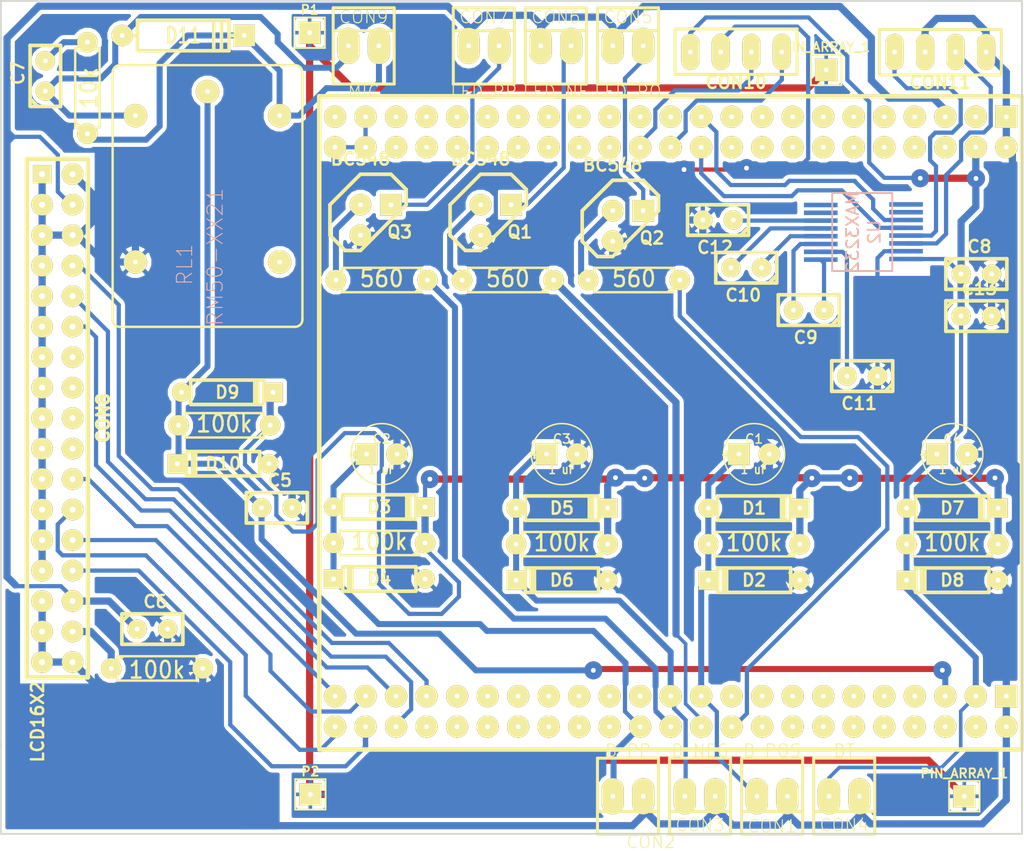
<source format=kicad_pcb>
(kicad_pcb (version 3) (host pcbnew "(2013-mar-13)-testing")
  (layers (15 F.Cu signal) (0 B.Cu signal) (18 B.Paste user) (19 F.Paste user) (20 B.SilkS user) (21 F.SilkS user) (22 B.Mask user) (23 F.Mask user) (28 Edge.Cuts user))
  (net 0 "")
  (net 1 "/Beaglebone Black/DC_3.3V")
  (net 2 "/Beaglebone Black/GPIO1_0")
  (net 3 "/Beaglebone Black/GPIO1_1")
  (net 4 "/Beaglebone Black/GPIO1_2")
  (net 5 "/Beaglebone Black/GPIO1_30")
  (net 6 "/Beaglebone Black/GPIO1_31")
  (net 7 "/Beaglebone Black/GPIO1_4")
  (net 8 "/Beaglebone Black/GPIO1_5")
  (net 9 "/Beaglebone Black/GPIO1_6")
  (net 10 "/Beaglebone Black/GPIO2_10")
  (net 11 "/Beaglebone Black/GPIO2_11")
  (net 12 "/Beaglebone Black/GPIO2_12")
  (net 13 "/Beaglebone Black/GPIO2_6")
  (net 14 "/Beaglebone Black/GPIO2_7")
  (net 15 "/Beaglebone Black/GPIO2_8")
  (net 16 "/Beaglebone Black/GPIO2_9")
  (net 17 "/Beaglebone Black/UART1_RXD")
  (net 18 "/Beaglebone Black/UART1_TXD")
  (net 19 "/Beaglebone Black/UART2_RXD")
  (net 20 "/Beaglebone Black/UART2_TXD")
  (net 21 "/Beaglebone Black/VDD_5V")
  (net 22 /Tierra)
  (net 23 GND)
  (net 24 N-000001)
  (net 25 N-00000100)
  (net 26 N-00000101)
  (net 27 N-00000102)
  (net 28 N-00000103)
  (net 29 N-00000104)
  (net 30 N-00000105)
  (net 31 N-00000106)
  (net 32 N-00000107)
  (net 33 N-00000108)
  (net 34 N-00000109)
  (net 35 N-0000011)
  (net 36 N-00000110)
  (net 37 N-00000111)
  (net 38 N-00000112)
  (net 39 N-00000113)
  (net 40 N-0000012)
  (net 41 N-0000013)
  (net 42 N-0000015)
  (net 43 N-000002)
  (net 44 N-0000021)
  (net 45 N-0000022)
  (net 46 N-0000024)
  (net 47 N-0000025)
  (net 48 N-0000026)
  (net 49 N-0000028)
  (net 50 N-000003)
  (net 51 N-0000030)
  (net 52 N-0000031)
  (net 53 N-0000032)
  (net 54 N-0000033)
  (net 55 N-0000034)
  (net 56 N-0000035)
  (net 57 N-000004)
  (net 58 N-0000042)
  (net 59 N-0000043)
  (net 60 N-000005)
  (net 61 N-0000051)
  (net 62 N-0000052)
  (net 63 N-0000053)
  (net 64 N-0000054)
  (net 65 N-0000055)
  (net 66 N-0000056)
  (net 67 N-0000057)
  (net 68 N-0000058)
  (net 69 N-0000059)
  (net 70 N-000006)
  (net 71 N-0000060)
  (net 72 N-0000061)
  (net 73 N-0000062)
  (net 74 N-0000063)
  (net 75 N-0000064)
  (net 76 N-0000065)
  (net 77 N-0000066)
  (net 78 N-0000067)
  (net 79 N-0000068)
  (net 80 N-0000069)
  (net 81 N-0000070)
  (net 82 N-0000071)
  (net 83 N-0000072)
  (net 84 N-0000073)
  (net 85 N-0000074)
  (net 86 N-0000075)
  (net 87 N-0000076)
  (net 88 N-0000077)
  (net 89 N-0000078)
  (net 90 N-0000079)
  (net 91 N-000008)
  (net 92 N-0000080)
  (net 93 N-0000081)
  (net 94 N-0000082)
  (net 95 N-0000083)
  (net 96 N-0000084)
  (net 97 N-0000085)
  (net 98 N-0000086)
  (net 99 N-0000087)
  (net 100 N-0000088)
  (net 101 N-0000089)
  (net 102 N-000009)
  (net 103 N-0000090)
  (net 104 N-0000091)
  (net 105 N-0000092)
  (net 106 N-0000093)
  (net 107 N-0000094)
  (net 108 N-0000095)
  (net 109 N-0000096)
  (net 110 N-0000097)
  (net 111 N-0000098)
  (net 112 N-0000099)
  (module PIN_ARRAY_4x1 (layer F.Cu) (at 116 46 180)
    (fp_text reference CON11 (at 0 -2.54 180) (layer F.SilkS) (effects (font (size 1.016 1.016) (thickness 0.2032))))
    (fp_text value UART2 hide)
    (pad 1 thru_hole oval (at -3.81 0 180) (size 1.50622 3.01498) (drill 0.4) (layers *.Cu *.Mask F.SilkS) (net 23 GND))
    (pad 2 thru_hole oval (at -1.27 0 180) (size 1.50622 3.01498) (drill 0.4) (layers *.Cu *.Mask F.SilkS) (net 45 N-0000022))
    (pad 3 thru_hole oval (at 1.27 0 180) (size 1.50622 3.01498) (drill 0.4) (layers *.Cu *.Mask F.SilkS) (net 23 GND))
    (pad 4 thru_hole oval (at 3.81 0 180) (size 1.50622 3.01498) (drill 0.4) (layers *.Cu *.Mask F.SilkS) (net 44 N-0000021))
  )
  (module PIN_ARRAY_4x1 (layer F.Cu) (at 99 46 180)
    (fp_text reference CON10 (at 0 -2.54 180) (layer F.SilkS) (effects (font (size 1.016 1.016) (thickness 0.2032))))
    (fp_text value UART1 hide)
    (pad 1 thru_hole oval (at -3.81 0 180) (size 1.50622 3.01498) (drill 0.4) (layers *.Cu *.Mask F.SilkS) (net 18 "/Beaglebone Black/UART1_TXD"))
    (pad 2 thru_hole oval (at -1.27 0 180) (size 1.50622 3.01498) (drill 0.4) (layers *.Cu *.Mask F.SilkS) (net 17 "/Beaglebone Black/UART1_RXD"))
    (pad 3 thru_hole oval (at 1.27 0 180) (size 1.50622 3.01498) (drill 0.4) (layers *.Cu *.Mask F.SilkS) (net 23 GND))
    (pad 4 thru_hole oval (at 3.81 0 180) (size 1.50622 3.01498) (drill 0.4) (layers *.Cu *.Mask F.SilkS) (net 1 "/Beaglebone Black/DC_3.3V"))
  )
  (module pin_array_12x2 (layer F.Cu) (at 42.5 76.5 270)
    (fp_text reference CON8 (at 0 -3.81 270) (layer F.SilkS) (effects (font (size 1.016 1.016) (thickness 0.27432))))
    (fp_text value LCD16X2 (at 25.3 1.65 270) (layer F.SilkS) (effects (font (size 1.016 1.016) (thickness 0.2032))))
    (pad 18 thru_hole rect (at -20.32 1.27 270) (size 1.524 1.524) (drill 0.5) (layers *.Cu *.Mask F.SilkS) (net 23 GND))
    (pad 1 thru_hole circle (at -20.32 -1.27 270) (size 1.8 1.8) (drill 0.5) (layers *.Cu *.Mask F.SilkS) (net 23 GND))
    (pad 19 thru_hole circle (at -17.78 1.27 270) (size 1.8 1.8) (drill 0.5) (layers *.Cu *.Mask F.SilkS) (net 23 GND))
    (pad 2 thru_hole circle (at -17.78 -1.27 270) (size 1.8 1.8) (drill 0.5) (layers *.Cu *.Mask F.SilkS) (net 21 "/Beaglebone Black/VDD_5V"))
    (pad 20 thru_hole circle (at -15.24 1.27 270) (size 1.8 1.8) (drill 0.5) (layers *.Cu *.Mask F.SilkS) (net 23 GND))
    (pad 3 thru_hole circle (at -15.24 -1.27 270) (size 1.8 1.8) (drill 0.5) (layers *.Cu *.Mask F.SilkS) (net 23 GND))
    (pad 21 thru_hole circle (at -12.7 1.27 270) (size 1.8 1.8) (drill 0.5) (layers *.Cu *.Mask F.SilkS) (net 23 GND))
    (pad 4 thru_hole circle (at -12.7 -1.27 270) (size 1.8 1.8) (drill 0.5) (layers *.Cu *.Mask F.SilkS) (net 12 "/Beaglebone Black/GPIO2_12"))
    (pad 22 thru_hole circle (at -10.16 1.27 270) (size 1.8 1.8) (drill 0.5) (layers *.Cu *.Mask F.SilkS) (net 23 GND))
    (pad 5 thru_hole circle (at -10.16 -1.27 270) (size 1.8 1.8) (drill 0.5) (layers *.Cu *.Mask F.SilkS) (net 11 "/Beaglebone Black/GPIO2_11"))
    (pad 23 thru_hole circle (at -7.62 1.27 270) (size 1.8 1.8) (drill 0.5) (layers *.Cu *.Mask F.SilkS) (net 23 GND))
    (pad 6 thru_hole circle (at -7.62 -1.27 270) (size 1.8 1.8) (drill 0.5) (layers *.Cu *.Mask F.SilkS) (net 10 "/Beaglebone Black/GPIO2_10"))
    (pad 24 thru_hole circle (at -5.08 1.27 270) (size 1.8 1.8) (drill 0.5) (layers *.Cu *.Mask F.SilkS) (net 23 GND))
    (pad 7 thru_hole circle (at -5.08 -1.27 270) (size 1.8 1.8) (drill 0.5) (layers *.Cu *.Mask F.SilkS) (net 55 N-0000034))
    (pad 25 thru_hole circle (at -2.54 1.27 270) (size 1.8 1.8) (drill 0.5) (layers *.Cu *.Mask F.SilkS) (net 23 GND))
    (pad 8 thru_hole circle (at -2.54 -1.27 270) (size 1.8 1.8) (drill 0.5) (layers *.Cu *.Mask F.SilkS) (net 54 N-0000033))
    (pad 26 thru_hole circle (at 0 1.27 270) (size 1.8 1.8) (drill 0.5) (layers *.Cu *.Mask F.SilkS) (net 23 GND))
    (pad 9 thru_hole circle (at 0 -1.27 270) (size 1.8 1.8) (drill 0.5) (layers *.Cu *.Mask F.SilkS) (net 53 N-0000032))
    (pad 27 thru_hole circle (at 2.54 1.27 270) (size 1.8 1.8) (drill 0.5) (layers *.Cu *.Mask F.SilkS) (net 23 GND))
    (pad 10 thru_hole circle (at 2.54 -1.27 270) (size 1.8 1.8) (drill 0.5) (layers *.Cu *.Mask F.SilkS) (net 52 N-0000031))
    (pad 28 thru_hole circle (at 5.08 1.27 270) (size 1.8 1.8) (drill 0.5) (layers *.Cu *.Mask F.SilkS) (net 23 GND))
    (pad 11 thru_hole circle (at 5.08 -1.27 270) (size 1.8 1.8) (drill 0.5) (layers *.Cu *.Mask F.SilkS) (net 13 "/Beaglebone Black/GPIO2_6"))
    (pad 29 thru_hole circle (at 7.62 1.27 270) (size 1.8 1.8) (drill 0.5) (layers *.Cu *.Mask F.SilkS) (net 23 GND))
    (pad 12 thru_hole circle (at 7.62 -1.27 270) (size 1.8 1.8) (drill 0.5) (layers *.Cu *.Mask F.SilkS) (net 14 "/Beaglebone Black/GPIO2_7"))
    (pad 30 thru_hole circle (at 10.16 1.27 270) (size 1.8 1.8) (drill 0.5) (layers *.Cu *.Mask F.SilkS) (net 23 GND))
    (pad 13 thru_hole circle (at 10.16 -1.27 270) (size 1.8 1.8) (drill 0.5) (layers *.Cu *.Mask F.SilkS) (net 15 "/Beaglebone Black/GPIO2_8"))
    (pad 31 thru_hole circle (at 12.7 1.27 270) (size 1.8 1.8) (drill 0.5) (layers *.Cu *.Mask F.SilkS) (net 23 GND))
    (pad 14 thru_hole circle (at 12.7 -1.27 270) (size 1.8 1.8) (drill 0.5) (layers *.Cu *.Mask F.SilkS) (net 16 "/Beaglebone Black/GPIO2_9"))
    (pad 32 thru_hole circle (at 15.24 1.27 270) (size 1.8 1.8) (drill 0.5) (layers *.Cu *.Mask F.SilkS) (net 23 GND))
    (pad 15 thru_hole circle (at 15.24 -1.27 270) (size 1.8 1.8) (drill 0.5) (layers *.Cu *.Mask F.SilkS) (net 21 "/Beaglebone Black/VDD_5V"))
    (pad 33 thru_hole circle (at 17.78 1.27 270) (size 1.8 1.8) (drill 0.5) (layers *.Cu *.Mask F.SilkS) (net 23 GND))
    (pad 16 thru_hole circle (at 17.78 -1.27 270) (size 1.8 1.8) (drill 0.5) (layers *.Cu *.Mask F.SilkS) (net 51 N-0000030))
    (pad 34 thru_hole circle (at 20.32 1.27 270) (size 1.8 1.8) (drill 0.5) (layers *.Cu *.Mask F.SilkS) (net 23 GND))
    (pad 17 thru_hole circle (at 20.32 -1.27 270) (size 1.8 1.8) (drill 0.5) (layers *.Cu *.Mask F.SilkS) (net 23 GND))
  )
  (module BEAGLEBONEBLACK (layer F.Cu) (at 98 76.8)
    (fp_text reference BG1 hide)
    (fp_text value BEAGLEBONE_BLACK hide)
    (pad C1 thru_hole rect (at 23.495 -25.4) (size 1.85 1.85) (drill 0.4) (layers *.Cu *.Mask F.SilkS) (net 23 GND))
    (pad C2 thru_hole circle (at 23.495 -22.86) (size 1.85 1.85) (drill 0.4) (layers *.Cu *.Mask F.SilkS) (net 23 GND))
    (pad C3 thru_hole circle (at 20.955 -25.4) (size 1.85 1.85) (drill 0.4) (layers *.Cu *.Mask F.SilkS) (net 1 "/Beaglebone Black/DC_3.3V"))
    (pad C4 thru_hole circle (at 20.955 -22.86) (size 1.85 1.85) (drill 0.4) (layers *.Cu *.Mask F.SilkS) (net 1 "/Beaglebone Black/DC_3.3V"))
    (pad C5 thru_hole circle (at 18.415 -25.4) (size 1.85 1.85) (drill 0.4) (layers *.Cu *.Mask F.SilkS) (net 21 "/Beaglebone Black/VDD_5V"))
    (pad C6 thru_hole circle (at 18.415 -22.86) (size 1.85 1.85) (drill 0.4) (layers *.Cu *.Mask F.SilkS) (net 94 N-0000082))
    (pad C7 thru_hole circle (at 15.875 -25.4) (size 1.85 1.85) (drill 0.4) (layers *.Cu *.Mask F.SilkS) (net 95 N-0000083))
    (pad C8 thru_hole circle (at 15.875 -22.86) (size 1.85 1.85) (drill 0.4) (layers *.Cu *.Mask F.SilkS) (net 96 N-0000084))
    (pad C9 thru_hole circle (at 13.335 -25.4) (size 1.85 1.85) (drill 0.4) (layers *.Cu *.Mask F.SilkS) (net 97 N-0000085))
    (pad C10 thru_hole circle (at 13.335 -22.86) (size 1.85 1.85) (drill 0.4) (layers *.Cu *.Mask F.SilkS) (net 83 N-0000072))
    (pad C11 thru_hole circle (at 10.795 -25.4) (size 1.85 1.85) (drill 0.4) (layers *.Cu *.Mask F.SilkS) (net 98 N-0000086))
    (pad C12 thru_hole circle (at 10.795 -22.86) (size 1.85 1.85) (drill 0.4) (layers *.Cu *.Mask F.SilkS) (net 82 N-0000071))
    (pad C13 thru_hole circle (at 8.255 -25.4) (size 1.85 1.85) (drill 0.4) (layers *.Cu *.Mask F.SilkS) (net 99 N-0000087))
    (pad C14 thru_hole circle (at 8.255 -22.86) (size 1.85 1.85) (drill 0.4) (layers *.Cu *.Mask F.SilkS) (net 81 N-0000070))
    (pad C15 thru_hole circle (at 5.715 -25.4) (size 1.85 1.85) (drill 0.4) (layers *.Cu *.Mask F.SilkS) (net 100 N-0000088))
    (pad C16 thru_hole circle (at 5.715 -22.86) (size 1.85 1.85) (drill 0.4) (layers *.Cu *.Mask F.SilkS) (net 80 N-0000069))
    (pad C17 thru_hole circle (at 3.175 -25.4) (size 1.85 1.85) (drill 0.4) (layers *.Cu *.Mask F.SilkS) (net 101 N-0000089))
    (pad C18 thru_hole circle (at 3.175 -22.86) (size 1.85 1.85) (drill 0.4) (layers *.Cu *.Mask F.SilkS) (net 79 N-0000068))
    (pad C19 thru_hole circle (at 0.635 -25.4) (size 1.85 1.85) (drill 0.4) (layers *.Cu *.Mask F.SilkS) (net 103 N-0000090))
    (pad C20 thru_hole circle (at 0.635 -22.86) (size 1.85 1.85) (drill 0.4) (layers *.Cu *.Mask F.SilkS) (net 78 N-0000067))
    (pad C21 thru_hole circle (at -1.905 -25.4) (size 1.85 1.85) (drill 0.4) (layers *.Cu *.Mask F.SilkS) (net 20 "/Beaglebone Black/UART2_TXD"))
    (pad C22 thru_hole circle (at -1.905 -22.86) (size 1.85 1.85) (drill 0.4) (layers *.Cu *.Mask F.SilkS) (net 19 "/Beaglebone Black/UART2_RXD"))
    (pad C23 thru_hole circle (at -4.445 -25.4) (size 1.85 1.85) (drill 0.4) (layers *.Cu *.Mask F.SilkS) (net 104 N-0000091))
    (pad C24 thru_hole circle (at -4.445 -22.86) (size 1.85 1.85) (drill 0.4) (layers *.Cu *.Mask F.SilkS) (net 18 "/Beaglebone Black/UART1_TXD"))
    (pad C25 thru_hole circle (at -6.985 -25.4) (size 1.85 1.85) (drill 0.4) (layers *.Cu *.Mask F.SilkS) (net 38 N-00000112))
    (pad C26 thru_hole circle (at -6.985 -22.86) (size 1.85 1.85) (drill 0.4) (layers *.Cu *.Mask F.SilkS) (net 17 "/Beaglebone Black/UART1_RXD"))
    (pad C27 thru_hole circle (at -9.525 -25.4) (size 1.85 1.85) (drill 0.4) (layers *.Cu *.Mask F.SilkS) (net 93 N-0000081))
    (pad C28 thru_hole circle (at -9.525 -22.86) (size 1.85 1.85) (drill 0.4) (layers *.Cu *.Mask F.SilkS) (net 64 N-0000054))
    (pad C29 thru_hole circle (at -12.065 -25.4) (size 1.85 1.85) (drill 0.4) (layers *.Cu *.Mask F.SilkS) (net 68 N-0000058))
    (pad C30 thru_hole circle (at -12.065 -22.86) (size 1.85 1.85) (drill 0.4) (layers *.Cu *.Mask F.SilkS) (net 67 N-0000057))
    (pad C31 thru_hole circle (at -14.605 -25.4) (size 1.85 1.85) (drill 0.4) (layers *.Cu *.Mask F.SilkS) (net 76 N-0000065))
    (pad C32 thru_hole circle (at -14.605 -22.86) (size 1.85 1.85) (drill 0.4) (layers *.Cu *.Mask F.SilkS) (net 66 N-0000056))
    (pad C33 thru_hole circle (at -17.145 -25.4) (size 1.85 1.85) (drill 0.4) (layers *.Cu *.Mask F.SilkS) (net 75 N-0000064))
    (pad C34 thru_hole circle (at -17.145 -22.86) (size 1.85 1.85) (drill 0.4) (layers *.Cu *.Mask F.SilkS) (net 65 N-0000055))
    (pad C35 thru_hole circle (at -19.685 -25.4) (size 1.85 1.85) (drill 0.4) (layers *.Cu *.Mask F.SilkS) (net 74 N-0000063))
    (pad C36 thru_hole circle (at -19.685 -22.86) (size 1.85 1.85) (drill 0.4) (layers *.Cu *.Mask F.SilkS) (net 62 N-0000052))
    (pad C37 thru_hole circle (at -22.225 -25.4) (size 1.85 1.85) (drill 0.4) (layers *.Cu *.Mask F.SilkS) (net 73 N-0000062))
    (pad C38 thru_hole circle (at -22.225 -22.86) (size 1.85 1.85) (drill 0.4) (layers *.Cu *.Mask F.SilkS) (net 63 N-0000053))
    (pad C39 thru_hole circle (at -24.765 -25.4) (size 1.85 1.85) (drill 0.4) (layers *.Cu *.Mask F.SilkS) (net 72 N-0000061))
    (pad C40 thru_hole circle (at -24.765 -22.86) (size 1.85 1.85) (drill 0.4) (layers *.Cu *.Mask F.SilkS) (net 61 N-0000051))
    (pad C41 thru_hole circle (at -27.305 -25.4) (size 1.85 1.85) (drill 0.4) (layers *.Cu *.Mask F.SilkS) (net 71 N-0000060))
    (pad C42 thru_hole circle (at -27.305 -22.86) (size 1.85 1.85) (drill 0.4) (layers *.Cu *.Mask F.SilkS) (net 69 N-0000059))
    (pad C43 thru_hole circle (at -29.845 -25.4) (size 1.85 1.85) (drill 0.4) (layers *.Cu *.Mask F.SilkS) (net 23 GND))
    (pad C44 thru_hole circle (at -29.845 -22.86) (size 1.85 1.85) (drill 0.4) (layers *.Cu *.Mask F.SilkS) (net 23 GND))
    (pad C45 thru_hole circle (at -32.385 -25.4) (size 1.85 1.85) (drill 0.4) (layers *.Cu *.Mask F.SilkS) (net 39 N-00000113))
    (pad C46 thru_hole circle (at -32.385 -22.86) (size 1.85 1.85) (drill 0.4) (layers *.Cu *.Mask F.SilkS) (net 23 GND))
    (pad B1 thru_hole rect (at 23.495 22.86) (size 1.85 1.85) (drill 0.4) (layers *.Cu *.Mask F.SilkS) (net 23 GND))
    (pad B2 thru_hole circle (at 23.495 25.4) (size 1.85 1.85) (drill 0.4) (layers *.Cu *.Mask F.SilkS) (net 23 GND))
    (pad B3 thru_hole circle (at 20.955 22.86) (size 1.85 1.85) (drill 0.4) (layers *.Cu *.Mask F.SilkS) (net 9 "/Beaglebone Black/GPIO1_6"))
    (pad B4 thru_hole circle (at 20.955 25.4) (size 1.85 1.85) (drill 0.4) (layers *.Cu *.Mask F.SilkS) (net 106 N-0000093))
    (pad B5 thru_hole circle (at 18.415 22.86) (size 1.85 1.85) (drill 0.4) (layers *.Cu *.Mask F.SilkS) (net 4 "/Beaglebone Black/GPIO1_2"))
    (pad B6 thru_hole circle (at 18.415 25.4) (size 1.85 1.85) (drill 0.4) (layers *.Cu *.Mask F.SilkS) (net 107 N-0000094))
    (pad B7 thru_hole circle (at 15.875 22.86) (size 1.85 1.85) (drill 0.4) (layers *.Cu *.Mask F.SilkS) (net 105 N-0000092))
    (pad B8 thru_hole circle (at 15.875 25.4) (size 1.85 1.85) (drill 0.4) (layers *.Cu *.Mask F.SilkS) (net 25 N-00000100))
    (pad B9 thru_hole circle (at 13.335 22.86) (size 1.85 1.85) (drill 0.4) (layers *.Cu *.Mask F.SilkS) (net 26 N-00000101))
    (pad B10 thru_hole circle (at 13.335 25.4) (size 1.85 1.85) (drill 0.4) (layers *.Cu *.Mask F.SilkS) (net 28 N-00000103))
    (pad B11 thru_hole circle (at 10.795 22.86) (size 1.85 1.85) (drill 0.4) (layers *.Cu *.Mask F.SilkS) (net 27 N-00000102))
    (pad B12 thru_hole circle (at 10.795 25.4) (size 1.85 1.85) (drill 0.4) (layers *.Cu *.Mask F.SilkS) (net 30 N-00000105))
    (pad B13 thru_hole circle (at 8.255 22.86) (size 1.85 1.85) (drill 0.4) (layers *.Cu *.Mask F.SilkS) (net 29 N-00000104))
    (pad B14 thru_hole circle (at 8.255 25.4) (size 1.85 1.85) (drill 0.4) (layers *.Cu *.Mask F.SilkS) (net 31 N-00000106))
    (pad B15 thru_hole circle (at 5.715 22.86) (size 1.85 1.85) (drill 0.4) (layers *.Cu *.Mask F.SilkS) (net 32 N-00000107))
    (pad B16 thru_hole circle (at 5.715 25.4) (size 1.85 1.85) (drill 0.4) (layers *.Cu *.Mask F.SilkS) (net 34 N-00000109))
    (pad B17 thru_hole circle (at 3.175 22.86) (size 1.85 1.85) (drill 0.4) (layers *.Cu *.Mask F.SilkS) (net 33 N-00000108))
    (pad B18 thru_hole circle (at 3.175 25.4) (size 1.85 1.85) (drill 0.4) (layers *.Cu *.Mask F.SilkS) (net 36 N-00000110))
    (pad B19 thru_hole circle (at 0.635 22.86) (size 1.85 1.85) (drill 0.4) (layers *.Cu *.Mask F.SilkS) (net 109 N-0000096))
    (pad B20 thru_hole circle (at 0.635 25.4) (size 1.85 1.85) (drill 0.4) (layers *.Cu *.Mask F.SilkS) (net 6 "/Beaglebone Black/GPIO1_31"))
    (pad B21 thru_hole circle (at -1.905 22.86) (size 1.85 1.85) (drill 0.4) (layers *.Cu *.Mask F.SilkS) (net 5 "/Beaglebone Black/GPIO1_30"))
    (pad B22 thru_hole circle (at -1.905 25.4) (size 1.85 1.85) (drill 0.4) (layers *.Cu *.Mask F.SilkS) (net 8 "/Beaglebone Black/GPIO1_5"))
    (pad B23 thru_hole circle (at -4.445 22.86) (size 1.85 1.85) (drill 0.4) (layers *.Cu *.Mask F.SilkS) (net 7 "/Beaglebone Black/GPIO1_4"))
    (pad B24 thru_hole circle (at -4.445 25.4) (size 1.85 1.85) (drill 0.4) (layers *.Cu *.Mask F.SilkS) (net 3 "/Beaglebone Black/GPIO1_1"))
    (pad B25 thru_hole circle (at -6.985 22.86) (size 1.85 1.85) (drill 0.4) (layers *.Cu *.Mask F.SilkS) (net 112 N-0000099))
    (pad B26 thru_hole circle (at -6.985 25.4) (size 1.85 1.85) (drill 0.4) (layers *.Cu *.Mask F.SilkS) (net 2 "/Beaglebone Black/GPIO1_0"))
    (pad B27 thru_hole circle (at -9.525 22.86) (size 1.85 1.85) (drill 0.4) (layers *.Cu *.Mask F.SilkS) (net 90 N-0000079))
    (pad B28 thru_hole circle (at -9.525 25.4) (size 1.85 1.85) (drill 0.4) (layers *.Cu *.Mask F.SilkS) (net 89 N-0000078))
    (pad B29 thru_hole circle (at -12.065 22.86) (size 1.85 1.85) (drill 0.4) (layers *.Cu *.Mask F.SilkS) (net 92 N-0000080))
    (pad B30 thru_hole circle (at -12.065 25.4) (size 1.85 1.85) (drill 0.4) (layers *.Cu *.Mask F.SilkS) (net 88 N-0000077))
    (pad B31 thru_hole circle (at -14.605 22.86) (size 1.85 1.85) (drill 0.4) (layers *.Cu *.Mask F.SilkS) (net 77 N-0000066))
    (pad B32 thru_hole circle (at -14.605 25.4) (size 1.85 1.85) (drill 0.4) (layers *.Cu *.Mask F.SilkS) (net 87 N-0000076))
    (pad B33 thru_hole circle (at -17.145 22.86) (size 1.85 1.85) (drill 0.4) (layers *.Cu *.Mask F.SilkS) (net 37 N-00000111))
    (pad B34 thru_hole circle (at -17.145 25.4) (size 1.85 1.85) (drill 0.4) (layers *.Cu *.Mask F.SilkS) (net 86 N-0000075))
    (pad B35 thru_hole circle (at -19.685 22.86) (size 1.85 1.85) (drill 0.4) (layers *.Cu *.Mask F.SilkS) (net 110 N-0000097))
    (pad B36 thru_hole circle (at -19.685 25.4) (size 1.85 1.85) (drill 0.4) (layers *.Cu *.Mask F.SilkS) (net 85 N-0000074))
    (pad B37 thru_hole circle (at -22.225 22.86) (size 1.85 1.85) (drill 0.4) (layers *.Cu *.Mask F.SilkS) (net 111 N-0000098))
    (pad B38 thru_hole circle (at -22.225 25.4) (size 1.85 1.85) (drill 0.4) (layers *.Cu *.Mask F.SilkS) (net 84 N-0000073))
    (pad B39 thru_hole circle (at -24.765 22.86) (size 1.85 1.85) (drill 0.4) (layers *.Cu *.Mask F.SilkS) (net 12 "/Beaglebone Black/GPIO2_12"))
    (pad B40 thru_hole circle (at -24.765 25.4) (size 1.85 1.85) (drill 0.4) (layers *.Cu *.Mask F.SilkS) (net 108 N-0000095))
    (pad B41 thru_hole circle (at -27.305 22.86) (size 1.85 1.85) (drill 0.4) (layers *.Cu *.Mask F.SilkS) (net 10 "/Beaglebone Black/GPIO2_10"))
    (pad B42 thru_hole circle (at -27.305 25.4) (size 1.85 1.85) (drill 0.4) (layers *.Cu *.Mask F.SilkS) (net 11 "/Beaglebone Black/GPIO2_11"))
    (pad B43 thru_hole circle (at -29.845 22.86) (size 1.85 1.85) (drill 0.4) (layers *.Cu *.Mask F.SilkS) (net 15 "/Beaglebone Black/GPIO2_8"))
    (pad B44 thru_hole circle (at -29.845 25.4) (size 1.85 1.85) (drill 0.4) (layers *.Cu *.Mask F.SilkS) (net 16 "/Beaglebone Black/GPIO2_9"))
    (pad B45 thru_hole circle (at -32.385 22.86) (size 1.85 1.85) (drill 0.4) (layers *.Cu *.Mask F.SilkS) (net 13 "/Beaglebone Black/GPIO2_6"))
    (pad B46 thru_hole circle (at -32.385 25.4) (size 1.85 1.85) (drill 0.4) (layers *.Cu *.Mask F.SilkS) (net 14 "/Beaglebone Black/GPIO2_7"))
  )
  (module C1V5 (layer F.Cu) (at 100.5 79.5)
    (fp_text reference C1 (at 0 -1.26746) (layer F.SilkS) (effects (font (size 0.762 0.762) (thickness 0.127))))
    (fp_text value "1 uF" (at 0 1.27) (layer F.SilkS) (effects (font (size 0.762 0.635) (thickness 0.127))))
    (fp_text user + (at -2.286 0) (layer F.SilkS) (effects (font (size 0.762 0.762) (thickness 0.2032))))
    (pad 1 thru_hole rect (at -1.27 0) (size 1.8 1.8) (drill 0.4) (layers *.Cu *.Mask F.SilkS) (net 5 "/Beaglebone Black/GPIO1_30"))
    (pad 2 thru_hole circle (at 1.27 0) (size 1.8 1.8) (drill 0.4) (layers *.Cu *.Mask F.SilkS) (net 23 GND))
  )
  (module C1V5 (layer F.Cu) (at 69.5 79.5)
    (fp_text reference C2 (at 0 -1.26746) (layer F.SilkS) (effects (font (size 0.762 0.762) (thickness 0.127))))
    (fp_text value "1 uF" (at 0 1.27) (layer F.SilkS) (effects (font (size 0.762 0.635) (thickness 0.127))))
    (fp_text user + (at -2.286 0) (layer F.SilkS) (effects (font (size 0.762 0.762) (thickness 0.2032))))
    (pad 1 thru_hole rect (at -1.27 0) (size 1.8 1.8) (drill 0.4) (layers *.Cu *.Mask F.SilkS) (net 2 "/Beaglebone Black/GPIO1_0"))
    (pad 2 thru_hole circle (at 1.27 0) (size 1.8 1.8) (drill 0.4) (layers *.Cu *.Mask F.SilkS) (net 23 GND))
  )
  (module C1V5 (layer F.Cu) (at 84.5 79.5)
    (fp_text reference C3 (at 0 -1.26746) (layer F.SilkS) (effects (font (size 0.762 0.762) (thickness 0.127))))
    (fp_text value "1 uF" (at 0 1.27) (layer F.SilkS) (effects (font (size 0.762 0.635) (thickness 0.127))))
    (fp_text user + (at -2.286 0) (layer F.SilkS) (effects (font (size 0.762 0.762) (thickness 0.2032))))
    (pad 1 thru_hole rect (at -1.27 0) (size 1.8 1.8) (drill 0.4) (layers *.Cu *.Mask F.SilkS) (net 7 "/Beaglebone Black/GPIO1_4"))
    (pad 2 thru_hole circle (at 1.27 0) (size 1.8 1.8) (drill 0.4) (layers *.Cu *.Mask F.SilkS) (net 23 GND))
  )
  (module C1V5 (layer F.Cu) (at 117 79.5)
    (fp_text reference C4 (at 0 -1.26746) (layer F.SilkS) (effects (font (size 0.762 0.762) (thickness 0.127))))
    (fp_text value "1 uF" (at 0 1.27) (layer F.SilkS) (effects (font (size 0.762 0.635) (thickness 0.127))))
    (fp_text user + (at -2.286 0) (layer F.SilkS) (effects (font (size 0.762 0.762) (thickness 0.2032))))
    (pad 1 thru_hole rect (at -1.27 0) (size 1.8 1.8) (drill 0.4) (layers *.Cu *.Mask F.SilkS) (net 9 "/Beaglebone Black/GPIO1_6"))
    (pad 2 thru_hole circle (at 1.27 0) (size 1.8 1.8) (drill 0.4) (layers *.Cu *.Mask F.SilkS) (net 23 GND))
  )
  (module C1 (layer F.Cu) (at 60.77 83.97)
    (fp_text reference C5 (at 0.254 -2.286) (layer F.SilkS) (effects (font (size 1.016 1.016) (thickness 0.2032))))
    (fp_text value "0.1 uF" hide)
    (pad 1 thru_hole circle (at -1.27 0) (size 1.6 1.6) (drill 0.4) (layers *.Cu *.Mask F.SilkS) (net 4 "/Beaglebone Black/GPIO1_2"))
    (pad 2 thru_hole circle (at 1.27 0) (size 1.6 1.6) (drill 0.4) (layers *.Cu *.Mask F.SilkS) (net 23 GND))
  )
  (module C1 (layer F.Cu) (at 50.41 94.07)
    (fp_text reference C6 (at 0.254 -2.286) (layer F.SilkS) (effects (font (size 1.016 1.016) (thickness 0.2032))))
    (fp_text value C hide)
    (pad 1 thru_hole circle (at -1.27 0) (size 1.6 1.6) (drill 0.4) (layers *.Cu *.Mask F.SilkS) (net 21 "/Beaglebone Black/VDD_5V"))
    (pad 2 thru_hole circle (at 1.27 0) (size 1.6 1.6) (drill 0.4) (layers *.Cu *.Mask F.SilkS) (net 23 GND))
  )
  (module C1 (layer F.Cu) (at 41.5 48 90)
    (fp_text reference C7 (at 0.254 -2.286 90) (layer F.SilkS) (effects (font (size 1.016 1.016) (thickness 0.2032))))
    (fp_text value C hide)
    (pad 1 thru_hole circle (at -1.27 0 90) (size 1.6 1.6) (drill 0.4) (layers *.Cu *.Mask F.SilkS) (net 57 N-000004))
    (pad 2 thru_hole circle (at 1.27 0 90) (size 1.6 1.6) (drill 0.4) (layers *.Cu *.Mask F.SilkS) (net 42 N-0000015))
  )
  (module C1 (layer F.Cu) (at 119 64.5)
    (fp_text reference C8 (at 0.254 -2.286) (layer F.SilkS) (effects (font (size 1.016 1.016) (thickness 0.2032))))
    (fp_text value C hide)
    (pad 1 thru_hole circle (at -1.27 0) (size 1.6 1.6) (drill 0.4) (layers *.Cu *.Mask F.SilkS) (net 1 "/Beaglebone Black/DC_3.3V"))
    (pad 2 thru_hole circle (at 1.27 0) (size 1.6 1.6) (drill 0.4) (layers *.Cu *.Mask F.SilkS) (net 23 GND))
  )
  (module C1 (layer F.Cu) (at 105.05 67.5 180)
    (fp_text reference C9 (at 0.254 -2.286 180) (layer F.SilkS) (effects (font (size 1.016 1.016) (thickness 0.2032))))
    (fp_text value C hide)
    (pad 1 thru_hole circle (at -1.27 0 180) (size 1.6 1.6) (drill 0.4) (layers *.Cu *.Mask F.SilkS) (net 50 N-000003))
    (pad 2 thru_hole circle (at 1.27 0 180) (size 1.6 1.6) (drill 0.4) (layers *.Cu *.Mask F.SilkS) (net 43 N-000002))
  )
  (module C1 (layer F.Cu) (at 99.85 63.975 180)
    (fp_text reference C10 (at 0.254 -2.286 180) (layer F.SilkS) (effects (font (size 1.016 1.016) (thickness 0.2032))))
    (fp_text value C hide)
    (pad 1 thru_hole circle (at -1.27 0 180) (size 1.6 1.6) (drill 0.4) (layers *.Cu *.Mask F.SilkS) (net 24 N-000001))
    (pad 2 thru_hole circle (at 1.27 0 180) (size 1.6 1.6) (drill 0.4) (layers *.Cu *.Mask F.SilkS) (net 91 N-000008))
  )
  (module C1 (layer F.Cu) (at 109.5 73 180)
    (fp_text reference C11 (at 0.254 -2.286 180) (layer F.SilkS) (effects (font (size 1.016 1.016) (thickness 0.2032))))
    (fp_text value C hide)
    (pad 1 thru_hole circle (at -1.27 0 180) (size 1.6 1.6) (drill 0.4) (layers *.Cu *.Mask F.SilkS) (net 23 GND))
    (pad 2 thru_hole circle (at 1.27 0 180) (size 1.6 1.6) (drill 0.4) (layers *.Cu *.Mask F.SilkS) (net 56 N-0000035))
  )
  (module C1 (layer F.Cu) (at 97.5 60 180)
    (fp_text reference C12 (at 0.254 -2.286 180) (layer F.SilkS) (effects (font (size 1.016 1.016) (thickness 0.2032))))
    (fp_text value C hide)
    (pad 1 thru_hole circle (at -1.27 0 180) (size 1.6 1.6) (drill 0.4) (layers *.Cu *.Mask F.SilkS) (net 102 N-000009))
    (pad 2 thru_hole circle (at 1.27 0 180) (size 1.6 1.6) (drill 0.4) (layers *.Cu *.Mask F.SilkS) (net 23 GND))
  )
  (module C1 (layer F.Cu) (at 119 68)
    (fp_text reference C13 (at 0.254 -2.286) (layer F.SilkS) (effects (font (size 1.016 1.016) (thickness 0.2032))))
    (fp_text value C hide)
    (pad 1 thru_hole circle (at -1.27 0) (size 1.6 1.6) (drill 0.4) (layers *.Cu *.Mask F.SilkS) (net 1 "/Beaglebone Black/DC_3.3V"))
    (pad 2 thru_hole circle (at 1.27 0) (size 1.6 1.6) (drill 0.4) (layers *.Cu *.Mask F.SilkS) (net 23 GND))
  )
  (module PINHEAD1-2 (layer F.Cu) (at 102 108 180)
    (fp_text reference CON1 (at 0 -2.5 180) (layer F.SilkS) (effects (font (size 1.016 1.016) (thickness 0.0889))))
    (fp_text value B_POS (at 0 3.81 180) (layer F.SilkS) (effects (font (size 1.016 1.016) (thickness 0.0889))))
    (pad 1 thru_hole oval (at -1.27 0 180) (size 1.85 3.01498) (drill 0.4) (layers *.Cu F.Paste F.SilkS F.Mask) (net 23 GND))
    (pad 2 thru_hole oval (at 1.27 0 180) (size 1.85 3.01498) (drill 0.4) (layers *.Cu F.Paste F.SilkS F.Mask) (net 5 "/Beaglebone Black/GPIO1_30"))
  )
  (module PINHEAD1-2 (layer F.Cu) (at 90 108 180)
    (fp_text reference CON2 (at -1.905 -3.81 180) (layer F.SilkS) (effects (font (size 1.016 1.016) (thickness 0.0889))))
    (fp_text value B_PP (at 0 3.81 180) (layer F.SilkS) (effects (font (size 1.016 1.016) (thickness 0.0889))))
    (pad 1 thru_hole oval (at -1.27 0 180) (size 1.85 3.01498) (drill 0.4) (layers *.Cu F.Paste F.SilkS F.Mask) (net 23 GND))
    (pad 2 thru_hole oval (at 1.27 0 180) (size 1.85 3.01498) (drill 0.4) (layers *.Cu F.Paste F.SilkS F.Mask) (net 2 "/Beaglebone Black/GPIO1_0"))
  )
  (module PINHEAD1-2 (layer F.Cu) (at 96 108 180)
    (fp_text reference CON3 (at 0 -2.4 180) (layer F.SilkS) (effects (font (size 1.016 1.016) (thickness 0.0889))))
    (fp_text value B_NEG (at 0 3.81 180) (layer F.SilkS) (effects (font (size 1.016 1.016) (thickness 0.0889))))
    (pad 1 thru_hole oval (at -1.27 0 180) (size 1.85 3.01498) (drill 0.4) (layers *.Cu F.Paste F.SilkS F.Mask) (net 23 GND))
    (pad 2 thru_hole oval (at 1.27 0 180) (size 1.85 3.01498) (drill 0.4) (layers *.Cu F.Paste F.SilkS F.Mask) (net 7 "/Beaglebone Black/GPIO1_4"))
  )
  (module PINHEAD1-2 (layer F.Cu) (at 108 108 180)
    (fp_text reference CON4 (at 0 -2.4 180) (layer F.SilkS) (effects (font (size 1.016 1.016) (thickness 0.0889))))
    (fp_text value BT (at 0 3.81 180) (layer F.SilkS) (effects (font (size 1.016 1.016) (thickness 0.0889))))
    (pad 1 thru_hole oval (at -1.27 0 180) (size 1.85 3.01498) (drill 0.4) (layers *.Cu F.Paste F.SilkS F.Mask) (net 23 GND))
    (pad 2 thru_hole oval (at 1.27 0 180) (size 1.85 3.01498) (drill 0.4) (layers *.Cu F.Paste F.SilkS F.Mask) (net 9 "/Beaglebone Black/GPIO1_6"))
  )
  (module PINHEAD1-2 (layer F.Cu) (at 90 45.5)
    (fp_text reference CON5 (at 0 -2.4) (layer F.SilkS) (effects (font (size 1.016 1.016) (thickness 0.0889))))
    (fp_text value LED_PO (at 0 3.81) (layer F.SilkS) (effects (font (size 1.016 1.016) (thickness 0.0889))))
    (pad 1 thru_hole oval (at -1.27 0) (size 1.85 3.01498) (drill 0.4) (layers *.Cu F.Paste F.SilkS F.Mask) (net 21 "/Beaglebone Black/VDD_5V"))
    (pad 2 thru_hole oval (at 1.27 0) (size 1.85 3.01498) (drill 0.4) (layers *.Cu F.Paste F.SilkS F.Mask) (net 49 N-0000028))
  )
  (module PINHEAD1-2 (layer F.Cu) (at 84 45.5)
    (fp_text reference CON6 (at 0 -2.4) (layer F.SilkS) (effects (font (size 1.016 1.016) (thickness 0.0889))))
    (fp_text value LED_NE (at 0 3.81) (layer F.SilkS) (effects (font (size 1.016 1.016) (thickness 0.0889))))
    (pad 1 thru_hole oval (at -1.27 0) (size 1.85 3.01498) (drill 0.4) (layers *.Cu F.Paste F.SilkS F.Mask) (net 21 "/Beaglebone Black/VDD_5V"))
    (pad 2 thru_hole oval (at 1.27 0) (size 1.85 3.01498) (drill 0.4) (layers *.Cu F.Paste F.SilkS F.Mask) (net 47 N-0000025))
  )
  (module PINHEAD1-2 (layer F.Cu) (at 78 45.5)
    (fp_text reference CON7 (at 0 -2.4) (layer F.SilkS) (effects (font (size 1.016 1.016) (thickness 0.0889))))
    (fp_text value LED_PP (at 0 3.81) (layer F.SilkS) (effects (font (size 1.016 1.016) (thickness 0.0889))))
    (pad 1 thru_hole oval (at -1.27 0) (size 1.85 3.01498) (drill 0.4) (layers *.Cu F.Paste F.SilkS F.Mask) (net 21 "/Beaglebone Black/VDD_5V"))
    (pad 2 thru_hole oval (at 1.27 0) (size 1.85 3.01498) (drill 0.4) (layers *.Cu F.Paste F.SilkS F.Mask) (net 59 N-0000043))
  )
  (module PINHEAD1-2 (layer F.Cu) (at 68 45.5)
    (fp_text reference CON9 (at 0 -2.4) (layer F.SilkS) (effects (font (size 1.016 1.016) (thickness 0.0889))))
    (fp_text value MIC (at 0 3.81) (layer F.SilkS) (effects (font (size 1.016 1.016) (thickness 0.0889))))
    (pad 1 thru_hole oval (at -1.27 0) (size 1.85 3.01498) (drill 0.4) (layers *.Cu F.Paste F.SilkS F.Mask) (net 57 N-000004))
    (pad 2 thru_hole oval (at 1.27 0) (size 1.85 3.01498) (drill 0.4) (layers *.Cu F.Paste F.SilkS F.Mask) (net 60 N-000005))
  )
  (module D3 (layer F.Cu) (at 100.5 84)
    (fp_text reference D1 (at 0 0) (layer F.SilkS) (effects (font (size 1.016 1.016) (thickness 0.2032))))
    (fp_text value 1N4148 hide)
    (pad 2 thru_hole rect (at 3.81 0) (size 1.6 1.6) (drill 0.4) (layers *.Cu *.Mask F.SilkS) (net 1 "/Beaglebone Black/DC_3.3V"))
    (pad 1 thru_hole circle (at -3.81 0) (size 1.6 1.6) (drill 0.4) (layers *.Cu *.Mask F.SilkS) (net 5 "/Beaglebone Black/GPIO1_30"))
  )
  (module D3 (layer F.Cu) (at 100.5 90 180)
    (fp_text reference D2 (at 0 0 180) (layer F.SilkS) (effects (font (size 1.016 1.016) (thickness 0.2032))))
    (fp_text value 1N4148 hide)
    (pad 2 thru_hole rect (at 3.81 0 180) (size 1.6 1.6) (drill 0.4) (layers *.Cu *.Mask F.SilkS) (net 5 "/Beaglebone Black/GPIO1_30"))
    (pad 1 thru_hole circle (at -3.81 0 180) (size 1.6 1.6) (drill 0.4) (layers *.Cu *.Mask F.SilkS) (net 23 GND))
  )
  (module D3 (layer F.Cu) (at 69.3 83.9)
    (fp_text reference D3 (at 0 0) (layer F.SilkS) (effects (font (size 1.016 1.016) (thickness 0.2032))))
    (fp_text value 1N4148 hide)
    (pad 2 thru_hole rect (at 3.81 0) (size 1.6 1.6) (drill 0.4) (layers *.Cu *.Mask F.SilkS) (net 1 "/Beaglebone Black/DC_3.3V"))
    (pad 1 thru_hole circle (at -3.81 0) (size 1.6 1.6) (drill 0.4) (layers *.Cu *.Mask F.SilkS) (net 2 "/Beaglebone Black/GPIO1_0"))
  )
  (module D3 (layer F.Cu) (at 69.3 89.9 180)
    (fp_text reference D4 (at 0 0 180) (layer F.SilkS) (effects (font (size 1.016 1.016) (thickness 0.2032))))
    (fp_text value 1N4148 hide)
    (pad 2 thru_hole rect (at 3.81 0 180) (size 1.6 1.6) (drill 0.4) (layers *.Cu *.Mask F.SilkS) (net 2 "/Beaglebone Black/GPIO1_0"))
    (pad 1 thru_hole circle (at -3.81 0 180) (size 1.6 1.6) (drill 0.4) (layers *.Cu *.Mask F.SilkS) (net 23 GND))
  )
  (module D3 (layer F.Cu) (at 84.5 84)
    (fp_text reference D5 (at 0 0) (layer F.SilkS) (effects (font (size 1.016 1.016) (thickness 0.2032))))
    (fp_text value 1N4148 hide)
    (pad 2 thru_hole rect (at 3.81 0) (size 1.6 1.6) (drill 0.4) (layers *.Cu *.Mask F.SilkS) (net 1 "/Beaglebone Black/DC_3.3V"))
    (pad 1 thru_hole circle (at -3.81 0) (size 1.6 1.6) (drill 0.4) (layers *.Cu *.Mask F.SilkS) (net 7 "/Beaglebone Black/GPIO1_4"))
  )
  (module D3 (layer F.Cu) (at 84.5 90 180)
    (fp_text reference D6 (at 0 0 180) (layer F.SilkS) (effects (font (size 1.016 1.016) (thickness 0.2032))))
    (fp_text value 1N4148 hide)
    (pad 2 thru_hole rect (at 3.81 0 180) (size 1.6 1.6) (drill 0.4) (layers *.Cu *.Mask F.SilkS) (net 7 "/Beaglebone Black/GPIO1_4"))
    (pad 1 thru_hole circle (at -3.81 0 180) (size 1.6 1.6) (drill 0.4) (layers *.Cu *.Mask F.SilkS) (net 23 GND))
  )
  (module D3 (layer F.Cu) (at 117 84)
    (fp_text reference D7 (at 0 0) (layer F.SilkS) (effects (font (size 1.016 1.016) (thickness 0.2032))))
    (fp_text value 1N4148 hide)
    (pad 2 thru_hole rect (at 3.81 0) (size 1.6 1.6) (drill 0.4) (layers *.Cu *.Mask F.SilkS) (net 1 "/Beaglebone Black/DC_3.3V"))
    (pad 1 thru_hole circle (at -3.81 0) (size 1.6 1.6) (drill 0.4) (layers *.Cu *.Mask F.SilkS) (net 9 "/Beaglebone Black/GPIO1_6"))
  )
  (module D3 (layer F.Cu) (at 117 90 180)
    (fp_text reference D8 (at 0 0 180) (layer F.SilkS) (effects (font (size 1.016 1.016) (thickness 0.2032))))
    (fp_text value 1N4148 hide)
    (pad 2 thru_hole rect (at 3.81 0 180) (size 1.6 1.6) (drill 0.4) (layers *.Cu *.Mask F.SilkS) (net 9 "/Beaglebone Black/GPIO1_6"))
    (pad 1 thru_hole circle (at -3.81 0 180) (size 1.6 1.6) (drill 0.4) (layers *.Cu *.Mask F.SilkS) (net 23 GND))
  )
  (module D3 (layer F.Cu) (at 56.65 74.35)
    (fp_text reference D9 (at 0 0) (layer F.SilkS) (effects (font (size 1.016 1.016) (thickness 0.2032))))
    (fp_text value 1N4148 hide)
    (pad 2 thru_hole rect (at 3.81 0) (size 1.6 1.6) (drill 0.4) (layers *.Cu *.Mask F.SilkS) (net 1 "/Beaglebone Black/DC_3.3V"))
    (pad 1 thru_hole circle (at -3.81 0) (size 1.6 1.6) (drill 0.4) (layers *.Cu *.Mask F.SilkS) (net 4 "/Beaglebone Black/GPIO1_2"))
  )
  (module D3 (layer F.Cu) (at 56.3 80.3 180)
    (fp_text reference D10 (at 0 0 180) (layer F.SilkS) (effects (font (size 1.016 1.016) (thickness 0.2032))))
    (fp_text value 1N4148 hide)
    (pad 2 thru_hole rect (at 3.81 0 180) (size 1.6 1.6) (drill 0.4) (layers *.Cu *.Mask F.SilkS) (net 4 "/Beaglebone Black/GPIO1_2"))
    (pad 1 thru_hole circle (at -3.81 0 180) (size 1.6 1.6) (drill 0.4) (layers *.Cu *.Mask F.SilkS) (net 23 GND))
  )
  (module D4 (layer F.Cu) (at 52.98 44.63)
    (fp_text reference D11 (at 0 0) (layer F.SilkS) (effects (font (size 1.27 1.016) (thickness 0.2032))))
    (fp_text value 1N4001 hide)
    (pad 1 thru_hole circle (at -5.08 0) (size 1.778 1.778) (drill 0.4) (layers *.Cu *.Mask F.SilkS) (net 57 N-000004))
    (pad 2 thru_hole rect (at 5.08 0) (size 1.778 1.778) (drill 0.4) (layers *.Cu *.Mask F.SilkS) (net 60 N-000005))
  )
  (module PIN_ARRAY_1 (layer F.Cu) (at 63.5 44.4)
    (fp_text reference P1 (at 0 -1.905) (layer F.SilkS) (effects (font (size 0.762 0.762) (thickness 0.1524))))
    (fp_text value CONN_1 hide)
    (pad 1 thru_hole rect (at 0 0) (size 1.85 1.85) (drill 0.4) (layers *.Cu *.Mask F.SilkS) (net 22 /Tierra))
  )
  (module PIN_ARRAY_1 (layer F.Cu) (at 63.56 107.84)
    (fp_text reference P2 (at 0 -1.905) (layer F.SilkS) (effects (font (size 0.762 0.762) (thickness 0.1524))))
    (fp_text value CONN_1 hide)
    (pad 1 thru_hole rect (at 0 0) (size 1.85 1.85) (drill 0.4) (layers *.Cu *.Mask F.SilkS) (net 22 /Tierra))
  )
  (module TO92 (layer F.Cu) (at 79 60)
    (fp_text reference Q1 (at 2 1) (layer F.SilkS) (effects (font (size 1.016 1.016) (thickness 0.2032))))
    (fp_text value BC548 (at -1.27 -5.08) (layer F.SilkS) (effects (font (size 1.016 1.016) (thickness 0.2032))))
    (pad 1 thru_hole rect (at 1.27 -1.27) (size 1.8 1.8) (drill 0.4) (layers *.Cu *.Mask F.SilkS) (net 47 N-0000025))
    (pad 2 thru_hole circle (at -1.27 -1.27) (size 1.8 1.8) (drill 0.4) (layers *.Cu *.Mask F.SilkS) (net 48 N-0000026))
    (pad 3 thru_hole circle (at -1.27 1.27) (size 1.8 1.8) (drill 0.4) (layers *.Cu *.Mask F.SilkS) (net 23 GND))
  )
  (module TO92 (layer F.Cu) (at 90 60.5)
    (fp_text reference Q2 (at 2 1) (layer F.SilkS) (effects (font (size 1.016 1.016) (thickness 0.2032))))
    (fp_text value BC548 (at -1.27 -5.08) (layer F.SilkS) (effects (font (size 1.016 1.016) (thickness 0.2032))))
    (pad 1 thru_hole rect (at 1.27 -1.27) (size 1.8 1.8) (drill 0.4) (layers *.Cu *.Mask F.SilkS) (net 49 N-0000028))
    (pad 2 thru_hole circle (at -1.27 -1.27) (size 1.8 1.8) (drill 0.4) (layers *.Cu *.Mask F.SilkS) (net 58 N-0000042))
    (pad 3 thru_hole circle (at -1.27 1.27) (size 1.8 1.8) (drill 0.4) (layers *.Cu *.Mask F.SilkS) (net 23 GND))
  )
  (module TO92 (layer F.Cu) (at 69 60)
    (fp_text reference Q3 (at 2 1) (layer F.SilkS) (effects (font (size 1.016 1.016) (thickness 0.2032))))
    (fp_text value BC548 (at -1.27 -5.08) (layer F.SilkS) (effects (font (size 1.016 1.016) (thickness 0.2032))))
    (pad 1 thru_hole rect (at 1.27 -1.27) (size 1.8 1.8) (drill 0.4) (layers *.Cu *.Mask F.SilkS) (net 59 N-0000043))
    (pad 2 thru_hole circle (at -1.27 -1.27) (size 1.8 1.8) (drill 0.4) (layers *.Cu *.Mask F.SilkS) (net 46 N-0000024))
    (pad 3 thru_hole circle (at -1.27 1.27) (size 1.8 1.8) (drill 0.4) (layers *.Cu *.Mask F.SilkS) (net 23 GND))
  )
  (module R3 (layer F.Cu) (at 80 65 180)
    (fp_text reference R1 hide)
    (fp_text value 560 (at 0 0.127 180) (layer F.SilkS) (effects (font (size 1.397 1.27) (thickness 0.2032))))
    (pad 1 thru_hole circle (at -3.81 0 180) (size 1.7 1.7) (drill 0.4) (layers *.Cu *.Mask F.SilkS) (net 8 "/Beaglebone Black/GPIO1_5"))
    (pad 2 thru_hole circle (at 3.81 0 180) (size 1.7 1.7) (drill 0.4) (layers *.Cu *.Mask F.SilkS) (net 48 N-0000026))
  )
  (module R3 (layer F.Cu) (at 100.5 87 180)
    (fp_text reference R4 hide)
    (fp_text value 100k (at 0 0.127 180) (layer F.SilkS) (effects (font (size 1.397 1.27) (thickness 0.2032))))
    (pad 1 thru_hole circle (at -3.81 0 180) (size 1.7 1.7) (drill 0.4) (layers *.Cu *.Mask F.SilkS) (net 1 "/Beaglebone Black/DC_3.3V"))
    (pad 2 thru_hole circle (at 3.81 0 180) (size 1.7 1.7) (drill 0.4) (layers *.Cu *.Mask F.SilkS) (net 5 "/Beaglebone Black/GPIO1_30"))
  )
  (module R3 (layer F.Cu) (at 69.3 86.9 180)
    (fp_text reference R5 hide)
    (fp_text value 100k (at 0 0.127 180) (layer F.SilkS) (effects (font (size 1.397 1.27) (thickness 0.2032))))
    (pad 1 thru_hole circle (at -3.81 0 180) (size 1.7 1.7) (drill 0.4) (layers *.Cu *.Mask F.SilkS) (net 1 "/Beaglebone Black/DC_3.3V"))
    (pad 2 thru_hole circle (at 3.81 0 180) (size 1.7 1.7) (drill 0.4) (layers *.Cu *.Mask F.SilkS) (net 2 "/Beaglebone Black/GPIO1_0"))
  )
  (module R3 (layer F.Cu) (at 90.5 65 180)
    (fp_text reference R6 hide)
    (fp_text value 560 (at 0 0.127 180) (layer F.SilkS) (effects (font (size 1.397 1.27) (thickness 0.2032))))
    (pad 1 thru_hole circle (at -3.81 0 180) (size 1.7 1.7) (drill 0.4) (layers *.Cu *.Mask F.SilkS) (net 6 "/Beaglebone Black/GPIO1_31"))
    (pad 2 thru_hole circle (at 3.81 0 180) (size 1.7 1.7) (drill 0.4) (layers *.Cu *.Mask F.SilkS) (net 58 N-0000042))
  )
  (module R3 (layer F.Cu) (at 84.5 87 180)
    (fp_text reference R9 hide)
    (fp_text value 100k (at 0 0.127 180) (layer F.SilkS) (effects (font (size 1.397 1.27) (thickness 0.2032))))
    (pad 1 thru_hole circle (at -3.81 0 180) (size 1.7 1.7) (drill 0.4) (layers *.Cu *.Mask F.SilkS) (net 1 "/Beaglebone Black/DC_3.3V"))
    (pad 2 thru_hole circle (at 3.81 0 180) (size 1.7 1.7) (drill 0.4) (layers *.Cu *.Mask F.SilkS) (net 7 "/Beaglebone Black/GPIO1_4"))
  )
  (module R3 (layer F.Cu) (at 117 87 180)
    (fp_text reference R10 hide)
    (fp_text value 100k (at 0 0.127 180) (layer F.SilkS) (effects (font (size 1.397 1.27) (thickness 0.2032))))
    (pad 1 thru_hole circle (at -3.81 0 180) (size 1.7 1.7) (drill 0.4) (layers *.Cu *.Mask F.SilkS) (net 1 "/Beaglebone Black/DC_3.3V"))
    (pad 2 thru_hole circle (at 3.81 0 180) (size 1.7 1.7) (drill 0.4) (layers *.Cu *.Mask F.SilkS) (net 9 "/Beaglebone Black/GPIO1_6"))
  )
  (module R3 (layer F.Cu) (at 69.5 65 180)
    (fp_text reference R11 hide)
    (fp_text value 560 (at 0 0.127 180) (layer F.SilkS) (effects (font (size 1.397 1.27) (thickness 0.2032))))
    (pad 1 thru_hole circle (at -3.81 0 180) (size 1.7 1.7) (drill 0.4) (layers *.Cu *.Mask F.SilkS) (net 3 "/Beaglebone Black/GPIO1_1"))
    (pad 2 thru_hole circle (at 3.81 0 180) (size 1.7 1.7) (drill 0.4) (layers *.Cu *.Mask F.SilkS) (net 46 N-0000024))
  )
  (module R3 (layer F.Cu) (at 56.4 77.1 180)
    (fp_text reference R13 hide)
    (fp_text value 100k (at 0 0.127 180) (layer F.SilkS) (effects (font (size 1.397 1.27) (thickness 0.2032))))
    (pad 1 thru_hole circle (at -3.81 0 180) (size 1.7 1.7) (drill 0.4) (layers *.Cu *.Mask F.SilkS) (net 1 "/Beaglebone Black/DC_3.3V"))
    (pad 2 thru_hole circle (at 3.81 0 180) (size 1.7 1.7) (drill 0.4) (layers *.Cu *.Mask F.SilkS) (net 4 "/Beaglebone Black/GPIO1_2"))
  )
  (module R3 (layer F.Cu) (at 45 49 90)
    (fp_text reference R14 hide)
    (fp_text value 10k (at 0 0.127 90) (layer F.SilkS) (effects (font (size 1.397 1.27) (thickness 0.2032))))
    (pad 1 thru_hole circle (at -3.81 0 90) (size 1.7 1.7) (drill 0.4) (layers *.Cu *.Mask F.SilkS) (net 60 N-000005))
    (pad 2 thru_hole circle (at 3.81 0 90) (size 1.7 1.7) (drill 0.4) (layers *.Cu *.Mask F.SilkS) (net 42 N-0000015))
  )
  (module R3 (layer F.Cu) (at 50.79 97.35)
    (fp_text reference R15 hide)
    (fp_text value 100k (at 0 0.127) (layer F.SilkS) (effects (font (size 1.397 1.27) (thickness 0.2032))))
    (pad 1 thru_hole circle (at -3.81 0) (size 1.7 1.7) (drill 0.4) (layers *.Cu *.Mask F.SilkS) (net 51 N-0000030))
    (pad 2 thru_hole circle (at 3.81 0) (size 1.7 1.7) (drill 0.4) (layers *.Cu *.Mask F.SilkS) (net 23 GND))
  )
  (module relay-JS-M (layer F.Cu) (at 55 58 90)
    (fp_text reference RL1 (at -5.715 -1.905 90) (layer B.SilkS) (effects (font (size 1.27 1.27) (thickness 0.0889))))
    (fp_text value RM50-XX21 (at -5.08 0.635 90) (layer B.SilkS) (effects (font (size 1.27 1.27) (thickness 0.0889))))
    (pad 1 thru_hole circle (at 6.69798 -5.99948 90) (size 1.94818 1.94818) (drill 0.4) (layers *.Cu F.Paste F.SilkS F.Mask) (net 57 N-000004))
    (pad 2 thru_hole circle (at 6.69798 5.99948 90) (size 1.94818 1.94818) (drill 0.4) (layers *.Cu F.Paste F.SilkS F.Mask) (net 60 N-000005))
    (pad C thru_hole circle (at 8.6995 0 90) (size 1.94818 1.94818) (drill 0.4) (layers *.Cu F.Paste F.SilkS F.Mask) (net 4 "/Beaglebone Black/GPIO1_2"))
    (pad NC thru_hole circle (at -5.4991 5.99948 90) (size 1.94818 1.94818) (drill 0.4) (layers *.Cu F.Paste F.SilkS F.Mask))
    (pad NO thru_hole circle (at -5.4991 -5.99948 90) (size 1.94818 1.94818) (drill 0.4) (layers *.Cu F.Paste F.SilkS F.Mask) (net 23 GND))
  )
  (module ssop16 (layer B.Cu) (at 109.5 61 90)
    (fp_text reference U2 (at 0 1 90) (layer B.SilkS) (effects (justify mirror)))
    (fp_text value MAX3232 (at 0 -0.8 90) (layer B.SilkS) (effects (justify mirror)))
    (pad 1 smd rect (at -2.3 -3.45 90) (size 0.38 2.8) (layers B.Cu B.Paste B.Mask) (net 50 N-000003))
    (pad 2 smd rect (at -1.65 -3.45 90) (size 0.38 2.8) (layers B.Cu B.Paste B.Mask) (net 56 N-0000035))
    (pad 3 smd rect (at -1 -3.45 90) (size 0.38 2.8) (layers B.Cu B.Paste B.Mask) (net 43 N-000002))
    (pad 4 smd rect (at -0.35 -3.45 90) (size 0.38 2.8) (layers B.Cu B.Paste B.Mask) (net 24 N-000001))
    (pad 5 smd rect (at 0.3 -3.45 90) (size 0.38 2.8) (layers B.Cu B.Paste B.Mask) (net 91 N-000008))
    (pad 6 smd rect (at 0.95 -3.45 90) (size 0.38 2.8) (layers B.Cu B.Paste B.Mask) (net 102 N-000009))
    (pad 7 smd rect (at 1.6 -3.45 90) (size 0.38 2.8) (layers B.Cu B.Paste B.Mask) (net 70 N-000006))
    (pad 8 smd rect (at 2.25 -3.45 90) (size 0.38 2.8) (layers B.Cu B.Paste B.Mask) (net 41 N-0000013))
    (pad 9 smd rect (at 2.3 3.65 90) (size 0.38 2.8) (layers B.Cu B.Paste B.Mask) (net 40 N-0000012))
    (pad 10 smd rect (at 1.65 3.65 90) (size 0.38 2.8) (layers B.Cu B.Paste B.Mask) (net 35 N-0000011))
    (pad 11 smd rect (at 1 3.65 90) (size 0.38 2.8) (layers B.Cu B.Paste B.Mask) (net 20 "/Beaglebone Black/UART2_TXD"))
    (pad 12 smd rect (at 0.35 3.65 90) (size 0.38 2.8) (layers B.Cu B.Paste B.Mask) (net 19 "/Beaglebone Black/UART2_RXD"))
    (pad 13 smd rect (at -0.3 3.65 90) (size 0.38 2.8) (layers B.Cu B.Paste B.Mask) (net 44 N-0000021))
    (pad 14 smd rect (at -0.95 3.65 90) (size 0.38 2.8) (layers B.Cu B.Paste B.Mask) (net 45 N-0000022))
    (pad 15 smd rect (at -1.6 3.65 90) (size 0.38 2.8) (layers B.Cu B.Paste B.Mask) (net 23 GND))
    (pad 16 smd rect (at -2.25 3.65 90) (size 0.38 2.8) (layers B.Cu B.Paste B.Mask) (net 1 "/Beaglebone Black/DC_3.3V"))
  )
  (module PIN_ARRAY_1 (layer F.Cu) (at 106.5 47.5)
    (fp_text reference PIN_ARRAY_1 (at 0 -1.905) (layer F.SilkS) (effects (font (size 0.762 0.762) (thickness 0.1524))))
    (fp_text value Val** hide)
    (pad 1 thru_hole rect (at 0 0) (size 1.85 1.85) (drill 0.4) (layers *.Cu *.Mask F.SilkS) (net 22 /Tierra))
  )
  (module PIN_ARRAY_1 (layer F.Cu) (at 118 108)
    (fp_text reference PIN_ARRAY_1 (at 0 -1.905) (layer F.SilkS) (effects (font (size 0.762 0.762) (thickness 0.1524))))
    (fp_text value Val** hide)
    (pad 1 thru_hole rect (at 0 0) (size 1.85 1.85) (drill 0.4) (layers *.Cu *.Mask F.SilkS) (net 22 /Tierra))
  )
  (gr_line (start 122.8 103.9) (end 122.8 103.8) (angle 90) (layer Edge.Cuts) (width 0.15))
  (gr_line (start 37.8 111.125) (end 122.8 111.125) (angle 90) (layer Edge.Cuts) (width 0.15))
  (gr_line (start 37.8 103.55) (end 37.8 103.9) (angle 90) (layer Edge.Cuts) (width 0.15))
  (gr_line (start 37.8 41.75) (end 37.8 111.125) (angle 90) (layer Edge.Cuts) (width 0.15))
  (gr_line (start 122.8 41.75) (end 37.8 41.75) (angle 90) (layer Edge.Cuts) (width 0.15))
  (gr_line (start 122.8 111.125) (end 122.8 41.75) (angle 90) (layer Edge.Cuts) (width 0.15))
  (segment (start 88.31 84) (end 88.31 82.11) (width 0.6) (layer B.Cu) (net 1))
  (segment (start 88.31 82.11) (end 88.96 81.46) (width 0.6) (layer B.Cu) (net 1))
  (segment (start 104.31 84) (end 104.31 82.5) (width 0.6) (layer B.Cu) (net 1))
  (segment (start 104.31 82.5) (end 105.31 81.5) (width 0.6) (layer B.Cu) (net 1))
  (segment (start 88.96 81.46) (end 91.28 81.46) (width 0.6) (layer B.Cu) (net 1))
  (segment (start 91.28 81.46) (end 91.32 81.5) (width 0.6) (layer B.Cu) (net 1))
  (segment (start 91.32 81.5) (end 91.39 81.5) (width 0.6) (layer B.Cu) (net 1))
  (via (at 91.39 81.5) (size 1.5) (layers F.Cu B.Cu) (net 1))
  (segment (start 91.39 81.5) (end 91.42 81.47) (width 0.6) (layer F.Cu) (net 1))
  (segment (start 91.42 81.47) (end 105.28 81.47) (width 0.6) (layer F.Cu) (net 1))
  (segment (start 105.28 81.47) (end 105.31 81.5) (width 0.6) (layer F.Cu) (net 1))
  (via (at 105.31 81.5) (size 1.5) (layers F.Cu B.Cu) (net 1))
  (segment (start 120.81 81.74) (end 120.81 84) (width 0.6) (layer B.Cu) (net 1))
  (segment (start 105.31 81.5) (end 105.32 81.49) (width 0.6) (layer B.Cu) (net 1))
  (segment (start 105.32 81.49) (end 108.46 81.49) (width 0.6) (layer B.Cu) (net 1))
  (via (at 108.46 81.49) (size 1.5) (layers F.Cu B.Cu) (net 1))
  (segment (start 108.46 81.49) (end 108.48 81.51) (width 0.6) (layer F.Cu) (net 1))
  (segment (start 108.48 81.51) (end 120.52 81.51) (width 0.6) (layer F.Cu) (net 1))
  (segment (start 120.52 81.51) (end 120.55 81.48) (width 0.6) (layer F.Cu) (net 1))
  (via (at 120.55 81.48) (size 1.5) (layers F.Cu B.Cu) (net 1))
  (segment (start 120.55 81.48) (end 120.81 81.74) (width 0.6) (layer B.Cu) (net 1))
  (segment (start 114.33 56.52) (end 118.95 56.52) (width 0.6) (layer F.Cu) (net 1))
  (segment (start 118.95 56.52) (end 118.97 56.54) (width 0.6) (layer F.Cu) (net 1))
  (segment (start 73.51 81.58) (end 88.84 81.58) (width 0.6) (layer F.Cu) (net 1))
  (segment (start 88.84 81.58) (end 88.96 81.46) (width 0.6) (layer F.Cu) (net 1))
  (segment (start 95.19 46) (end 95.19 44.425002) (width 0.35) (layer B.Cu) (net 1))
  (segment (start 108.26 46.35) (end 108.26 48.33) (width 0.35) (layer B.Cu) (net 1))
  (segment (start 105.04 43.13) (end 108.26 46.35) (width 0.35) (layer B.Cu) (net 1))
  (segment (start 96.485002 43.13) (end 105.04 43.13) (width 0.35) (layer B.Cu) (net 1))
  (segment (start 95.19 44.425002) (end 96.485002 43.13) (width 0.35) (layer B.Cu) (net 1))
  (via (at 118.97 56.54) (size 1.5) (layers F.Cu B.Cu) (net 1))
  (via (at 114.33 56.52) (size 1.5) (layers F.Cu B.Cu) (net 1))
  (segment (start 114.3 56.49) (end 114.33 56.52) (width 0.35) (layer B.Cu) (net 1))
  (segment (start 111.35 56.49) (end 114.3 56.49) (width 0.35) (layer B.Cu) (net 1))
  (segment (start 110.08 55.22) (end 111.35 56.49) (width 0.35) (layer B.Cu) (net 1))
  (segment (start 110.08 50.15) (end 110.08 55.22) (width 0.35) (layer B.Cu) (net 1))
  (segment (start 108.26 48.33) (end 110.08 50.15) (width 0.35) (layer B.Cu) (net 1))
  (segment (start 118.97 56.54) (end 118.955 56.54) (width 0.35) (layer B.Cu) (net 1))
  (segment (start 118.955 56.54) (end 118.97 56.54) (width 0.35) (layer B.Cu) (net 1))
  (segment (start 118.97 56.54) (end 118.955 56.54) (width 0.35) (layer B.Cu) (net 1))
  (segment (start 117.73 68) (end 117.73 77.47) (width 0.35) (layer B.Cu) (net 1))
  (segment (start 117.73 77.47) (end 117.02 78.18) (width 0.35) (layer B.Cu) (net 1))
  (segment (start 117.02 78.18) (end 117.02 80.21) (width 0.35) (layer B.Cu) (net 1))
  (segment (start 117.02 80.21) (end 120.81 84) (width 0.35) (layer B.Cu) (net 1))
  (segment (start 73.11 86.9) (end 73.11 87.36) (width 0.35) (layer B.Cu) (net 1))
  (segment (start 58.12 79.19) (end 60.21 77.1) (width 0.35) (layer B.Cu) (net 1))
  (segment (start 58.12 80.37) (end 58.12 79.19) (width 0.35) (layer B.Cu) (net 1))
  (segment (start 60.73 82.98) (end 58.12 80.37) (width 0.35) (layer B.Cu) (net 1))
  (segment (start 60.73 84.58) (end 60.73 82.98) (width 0.35) (layer B.Cu) (net 1))
  (segment (start 62.1 85.95) (end 60.73 84.58) (width 0.35) (layer B.Cu) (net 1))
  (segment (start 63.5 85.95) (end 62.1 85.95) (width 0.35) (layer B.Cu) (net 1))
  (segment (start 64.16 85.29) (end 63.5 85.95) (width 0.35) (layer B.Cu) (net 1))
  (segment (start 64.16 80.01) (end 64.16 85.29) (width 0.35) (layer B.Cu) (net 1))
  (segment (start 66.42 77.75) (end 64.16 80.01) (width 0.35) (layer B.Cu) (net 1))
  (segment (start 68.89 77.75) (end 66.42 77.75) (width 0.35) (layer B.Cu) (net 1))
  (segment (start 69.51 78.37) (end 68.89 77.75) (width 0.35) (layer B.Cu) (net 1))
  (segment (start 69.51 80.83) (end 69.51 78.37) (width 0.35) (layer B.Cu) (net 1))
  (segment (start 69.27 81.07) (end 69.51 80.83) (width 0.35) (layer B.Cu) (net 1))
  (segment (start 69.27 90.3) (end 69.27 81.07) (width 0.35) (layer B.Cu) (net 1))
  (segment (start 71.78 92.81) (end 69.27 90.3) (width 0.35) (layer B.Cu) (net 1))
  (segment (start 74.49 92.81) (end 71.78 92.81) (width 0.35) (layer B.Cu) (net 1))
  (segment (start 75.93 91.37) (end 74.49 92.81) (width 0.35) (layer B.Cu) (net 1))
  (segment (start 75.93 90.18) (end 75.93 91.37) (width 0.35) (layer B.Cu) (net 1))
  (segment (start 73.11 87.36) (end 75.93 90.18) (width 0.35) (layer B.Cu) (net 1))
  (segment (start 73.11 83.9) (end 73.11 81.98) (width 0.35) (layer B.Cu) (net 1))
  (via (at 88.96 81.46) (size 1.5) (layers F.Cu B.Cu) (net 1))
  (segment (start 88.96 81.46) (end 88.31 82.11) (width 0.35) (layer B.Cu) (net 1))
  (via (at 73.51 81.58) (size 1.5) (layers F.Cu B.Cu) (net 1))
  (segment (start 73.11 81.98) (end 73.51 81.58) (width 0.35) (layer B.Cu) (net 1))
  (segment (start 60.21 77.1) (end 60.21 74.6) (width 0.6) (layer B.Cu) (net 1))
  (segment (start 60.21 74.6) (end 60.46 74.35) (width 0.6) (layer B.Cu) (net 1))
  (segment (start 117.73 68) (end 117.73 64.5) (width 0.6) (layer B.Cu) (net 1))
  (segment (start 117.73 64.5) (end 117.73 60.12) (width 0.6) (layer B.Cu) (net 1))
  (segment (start 118.955 58.895) (end 118.955 56.54) (width 0.6) (layer B.Cu) (net 1))
  (segment (start 118.955 56.54) (end 118.955 53.94) (width 0.6) (layer B.Cu) (net 1))
  (segment (start 117.73 60.12) (end 118.955 58.895) (width 0.6) (layer B.Cu) (net 1))
  (segment (start 113.15 63.25) (end 116.48 63.25) (width 0.35) (layer B.Cu) (net 1))
  (segment (start 116.48 63.25) (end 117.73 64.5) (width 0.35) (layer B.Cu) (net 1))
  (segment (start 120.81 87) (end 120.81 84) (width 0.6) (layer B.Cu) (net 1))
  (segment (start 104.31 87) (end 104.31 84) (width 0.6) (layer B.Cu) (net 1))
  (segment (start 88.31 87) (end 88.31 84) (width 0.6) (layer B.Cu) (net 1))
  (segment (start 73.11 86.9) (end 73.11 83.9) (width 0.6) (layer B.Cu) (net 1))
  (segment (start 69.245 93.655) (end 77.685 93.655) (width 0.5) (layer B.Cu) (net 2))
  (segment (start 77.685 93.655) (end 78.255 94.225) (width 0.5) (layer B.Cu) (net 2))
  (segment (start 89.8 98.3) (end 89.8 96.9) (width 0.5) (layer B.Cu) (net 2))
  (segment (start 89.8 98.6) (end 89.8 98.3) (width 0.5) (layer B.Cu) (net 2))
  (segment (start 89.8 96.9) (end 87.125 94.225) (width 0.5) (layer B.Cu) (net 2))
  (segment (start 87.125 94.225) (end 78.255 94.225) (width 0.5) (layer B.Cu) (net 2))
  (segment (start 69.245 93.655) (end 65.49 89.9) (width 0.5) (layer B.Cu) (net 2))
  (segment (start 91.015 102.2) (end 89.75 100.935) (width 0.35) (layer B.Cu) (net 2))
  (segment (start 89.75 98.65) (end 89.8 98.6) (width 0.35) (layer B.Cu) (net 2))
  (segment (start 89.75 100.935) (end 89.75 98.65) (width 0.35) (layer B.Cu) (net 2))
  (segment (start 65.49 83.9) (end 65.49 82.24) (width 0.5) (layer B.Cu) (net 2))
  (segment (start 65.49 82.24) (end 68.23 79.5) (width 0.5) (layer B.Cu) (net 2))
  (segment (start 65.49 86.9) (end 65.49 83.9) (width 0.5) (layer B.Cu) (net 2))
  (segment (start 65.49 89.9) (end 65.49 86.9) (width 0.5) (layer B.Cu) (net 2))
  (segment (start 89.8 98.6) (end 89.8 98.5) (width 0.3) (layer B.Cu) (net 2))
  (segment (start 88.73 108) (end 88.8 107.93) (width 0.5) (layer B.Cu) (net 2))
  (segment (start 88.8 104.415) (end 91.015 102.2) (width 0.5) (layer B.Cu) (net 2))
  (segment (start 88.8 105.7) (end 88.8 104.415) (width 0.5) (layer B.Cu) (net 2))
  (segment (start 88.8 107.93) (end 88.8 105.7) (width 0.5) (layer B.Cu) (net 2))
  (segment (start 92.3 98.825) (end 92.3 97.375) (width 0.5) (layer B.Cu) (net 3))
  (segment (start 80.5 93.2) (end 75.6 88.3) (width 0.5) (layer B.Cu) (net 3))
  (segment (start 88.125 93.2) (end 80.5 93.2) (width 0.5) (layer B.Cu) (net 3))
  (segment (start 92.3 97.375) (end 88.125 93.2) (width 0.5) (layer B.Cu) (net 3))
  (segment (start 93.555 102.2) (end 92.3 100.945) (width 0.35) (layer B.Cu) (net 3))
  (segment (start 92.3 97.9) (end 92.2 97.8) (width 0.35) (layer B.Cu) (net 3))
  (segment (start 92.3 100.945) (end 92.3 98.825) (width 0.35) (layer B.Cu) (net 3))
  (segment (start 92.3 98.825) (end 92.3 97.9) (width 0.35) (layer B.Cu) (net 3))
  (segment (start 75.6 88.3) (end 75.6 67.29) (width 0.5) (layer B.Cu) (net 3))
  (segment (start 75.6 67.29) (end 73.31 65) (width 0.5) (layer B.Cu) (net 3))
  (segment (start 92.25 97.85) (end 92.2 97.8) (width 0.3) (layer B.Cu) (net 3))
  (segment (start 92.25 98.8) (end 92.25 97.85) (width 0.3) (layer B.Cu) (net 3))
  (segment (start 93.555 102.2) (end 93.555 102.055) (width 0.3) (layer B.Cu) (net 3))
  (segment (start 92.25 99) (end 92.25 98.8) (width 0.3) (layer B.Cu) (net 3))
  (segment (start 92.25 98.8) (end 92.25 98.5) (width 0.3) (layer B.Cu) (net 3))
  (segment (start 92.25 100.75) (end 92.25 99) (width 0.3) (layer B.Cu) (net 3))
  (segment (start 93.555 102.055) (end 92.25 100.75) (width 0.3) (layer B.Cu) (net 3))
  (segment (start 55 49.3005) (end 55 72.19) (width 0.5) (layer B.Cu) (net 4))
  (segment (start 55 72.19) (end 52.84 74.35) (width 0.5) (layer B.Cu) (net 4))
  (segment (start 59.5 83.97) (end 59.5 86.59) (width 0.5) (layer B.Cu) (net 4))
  (segment (start 116.415 97.745) (end 116.415 99.66) (width 0.5) (layer B.Cu) (net 4))
  (segment (start 116.17 97.5) (end 116.415 97.745) (width 0.5) (layer B.Cu) (net 4))
  (via (at 116.17 97.5) (size 1.5) (layers F.Cu B.Cu) (net 4))
  (segment (start 116.07 97.4) (end 116.17 97.5) (width 0.5) (layer F.Cu) (net 4))
  (segment (start 87.23 97.4) (end 116.07 97.4) (width 0.5) (layer F.Cu) (net 4))
  (segment (start 87.12 97.51) (end 87.23 97.4) (width 0.5) (layer F.Cu) (net 4))
  (via (at 87.12 97.51) (size 1.5) (layers F.Cu B.Cu) (net 4))
  (segment (start 77.34 97.51) (end 87.12 97.51) (width 0.5) (layer B.Cu) (net 4))
  (segment (start 74.285002 94.455002) (end 77.34 97.51) (width 0.5) (layer B.Cu) (net 4))
  (segment (start 67.365002 94.455002) (end 74.285002 94.455002) (width 0.5) (layer B.Cu) (net 4))
  (segment (start 59.5 86.59) (end 67.365002 94.455002) (width 0.5) (layer B.Cu) (net 4))
  (segment (start 52.49 80.3) (end 55.83 80.3) (width 0.5) (layer B.Cu) (net 4))
  (segment (start 55.83 80.3) (end 59.5 83.97) (width 0.5) (layer B.Cu) (net 4))
  (segment (start 52.59 77.1) (end 52.59 80.2) (width 0.5) (layer B.Cu) (net 4))
  (segment (start 52.59 80.2) (end 52.49 80.3) (width 0.5) (layer B.Cu) (net 4))
  (segment (start 52.59 77.1) (end 52.59 74.6) (width 0.5) (layer B.Cu) (net 4))
  (segment (start 52.59 74.6) (end 52.84 74.35) (width 0.5) (layer B.Cu) (net 4))
  (segment (start 96.095 99.66) (end 97.4 100.965) (width 0.35) (layer B.Cu) (net 5))
  (segment (start 97.4 100.965) (end 97.4 104.67) (width 0.35) (layer B.Cu) (net 5))
  (segment (start 97.4 104.67) (end 100.73 108) (width 0.35) (layer B.Cu) (net 5))
  (segment (start 96.69 84) (end 96.69 82.04) (width 0.5) (layer B.Cu) (net 5))
  (segment (start 96.69 82.04) (end 99.23 79.5) (width 0.5) (layer B.Cu) (net 5))
  (segment (start 96.69 87) (end 96.69 84) (width 0.5) (layer B.Cu) (net 5))
  (segment (start 96.69 90) (end 96.69 87) (width 0.5) (layer B.Cu) (net 5))
  (segment (start 96.69 90) (end 96.095 90.595) (width 0.5) (layer B.Cu) (net 5))
  (segment (start 96.095 90.595) (end 96.095 99.66) (width 0.5) (layer B.Cu) (net 5))
  (segment (start 94.31 65) (end 94.31 68) (width 0.35) (layer B.Cu) (net 6))
  (segment (start 108.92 88.41) (end 108.92 88.42) (width 0.35) (layer B.Cu) (net 6))
  (segment (start 111.59 85.74) (end 108.92 88.41) (width 0.35) (layer B.Cu) (net 6))
  (segment (start 111.59 80.53) (end 111.59 85.74) (width 0.35) (layer B.Cu) (net 6))
  (segment (start 109.14 78.08) (end 111.59 80.53) (width 0.35) (layer B.Cu) (net 6))
  (segment (start 104.39 78.08) (end 109.14 78.08) (width 0.35) (layer B.Cu) (net 6))
  (segment (start 94.31 68) (end 104.39 78.08) (width 0.35) (layer B.Cu) (net 6))
  (segment (start 105.915 91.435) (end 105.915 91.425) (width 0.35) (layer B.Cu) (net 6))
  (segment (start 105.915 91.425) (end 108.92 88.42) (width 0.35) (layer B.Cu) (net 6))
  (segment (start 98.635 102.2) (end 98.8 102.2) (width 0.35) (layer B.Cu) (net 6))
  (segment (start 99.9 97.45) (end 105.915 91.435) (width 0.35) (layer B.Cu) (net 6))
  (segment (start 99.9 101.1) (end 99.9 97.45) (width 0.35) (layer B.Cu) (net 6))
  (segment (start 98.8 102.2) (end 99.9 101.1) (width 0.35) (layer B.Cu) (net 6))
  (segment (start 93.555 99.66) (end 93.555 95.98) (width 0.5) (layer B.Cu) (net 7))
  (segment (start 82.39 91.7) (end 80.69 90) (width 0.5) (layer B.Cu) (net 7))
  (segment (start 89.275 91.7) (end 82.39 91.7) (width 0.5) (layer B.Cu) (net 7))
  (segment (start 93.555 95.98) (end 89.275 91.7) (width 0.5) (layer B.Cu) (net 7))
  (segment (start 94.73 108) (end 94.8 107.93) (width 0.35) (layer B.Cu) (net 7))
  (segment (start 93.85 99.955) (end 93.555 99.66) (width 0.35) (layer B.Cu) (net 7))
  (segment (start 93.85 100.7) (end 93.85 99.955) (width 0.35) (layer B.Cu) (net 7))
  (segment (start 94.8 101.65) (end 93.85 100.7) (width 0.35) (layer B.Cu) (net 7))
  (segment (start 94.8 107.93) (end 94.8 101.65) (width 0.35) (layer B.Cu) (net 7))
  (segment (start 80.69 84) (end 80.69 81.31) (width 0.5) (layer B.Cu) (net 7))
  (segment (start 82.5 79.5) (end 83.23 79.5) (width 0.5) (layer B.Cu) (net 7))
  (segment (start 80.69 81.31) (end 82.5 79.5) (width 0.5) (layer B.Cu) (net 7))
  (segment (start 80.69 87) (end 80.69 84) (width 0.5) (layer B.Cu) (net 7))
  (segment (start 80.69 90) (end 80.69 87) (width 0.5) (layer B.Cu) (net 7))
  (segment (start 93.555 99.66) (end 93.555 99.355) (width 0.5) (layer B.Cu) (net 7))
  (segment (start 94 94.5) (end 94 75.19) (width 0.6) (layer B.Cu) (net 8))
  (segment (start 96.095 101.595) (end 94.8 100.3) (width 0.3) (layer B.Cu) (net 8))
  (segment (start 94.8 100.3) (end 94.8 95.3) (width 0.3) (layer B.Cu) (net 8))
  (segment (start 94.8 95.3) (end 94 94.5) (width 0.3) (layer B.Cu) (net 8))
  (segment (start 96.095 102.2) (end 96.095 101.595) (width 0.3) (layer B.Cu) (net 8))
  (segment (start 94 75.19) (end 83.81 65) (width 0.6) (layer B.Cu) (net 8))
  (segment (start 113.19 84) (end 113.19 82.04) (width 0.5) (layer B.Cu) (net 9))
  (segment (start 113.19 82.04) (end 115.73 79.5) (width 0.5) (layer B.Cu) (net 9))
  (segment (start 113.19 87) (end 113.19 84.31) (width 0.5) (layer B.Cu) (net 9))
  (segment (start 113.19 84.31) (end 113.19 84) (width 0.5) (layer B.Cu) (net 9))
  (segment (start 113.19 90) (end 113.19 87) (width 0.5) (layer B.Cu) (net 9))
  (segment (start 118.955 99.66) (end 118.955 96.455) (width 0.5) (layer B.Cu) (net 9))
  (segment (start 113.19 90.69) (end 113.19 90) (width 0.5) (layer B.Cu) (net 9))
  (segment (start 118.955 96.455) (end 113.19 90.69) (width 0.5) (layer B.Cu) (net 9))
  (segment (start 106.73 108) (end 106.73 106.47) (width 0.3) (layer B.Cu) (net 9))
  (segment (start 117.7 100.915) (end 118.955 99.66) (width 0.3) (layer B.Cu) (net 9))
  (segment (start 117.7 104) (end 117.7 100.915) (width 0.3) (layer B.Cu) (net 9))
  (segment (start 116.1 105.6) (end 117.7 104) (width 0.3) (layer B.Cu) (net 9))
  (segment (start 107.6 105.6) (end 116.1 105.6) (width 0.3) (layer B.Cu) (net 9))
  (segment (start 106.73 106.47) (end 107.6 105.6) (width 0.3) (layer B.Cu) (net 9))
  (segment (start 43.77 68.88) (end 44.84 68.88) (width 0.35) (layer B.Cu) (net 10))
  (segment (start 68.305 97.27) (end 70.695 99.66) (width 0.35) (layer B.Cu) (net 10))
  (segment (start 64.93 97.27) (end 68.305 97.27) (width 0.35) (layer B.Cu) (net 10))
  (segment (start 51.86 84.2) (end 64.93 97.27) (width 0.35) (layer B.Cu) (net 10))
  (segment (start 49.49 84.2) (end 51.86 84.2) (width 0.35) (layer B.Cu) (net 10))
  (segment (start 45.72 80.43) (end 49.49 84.2) (width 0.35) (layer B.Cu) (net 10))
  (segment (start 45.72 69.76) (end 45.72 80.43) (width 0.35) (layer B.Cu) (net 10))
  (segment (start 44.84 68.88) (end 45.72 69.76) (width 0.35) (layer B.Cu) (net 10))
  (segment (start 70.695 102.2) (end 70.695 102.015) (width 0.35) (layer B.Cu) (net 11))
  (segment (start 46.71 69.28) (end 43.77 66.34) (width 0.35) (layer B.Cu) (net 11))
  (segment (start 46.71 80.13) (end 46.71 69.28) (width 0.35) (layer B.Cu) (net 11))
  (segment (start 49.84 83.26) (end 46.71 80.13) (width 0.35) (layer B.Cu) (net 11))
  (segment (start 52.18 83.26) (end 49.84 83.26) (width 0.35) (layer B.Cu) (net 11))
  (segment (start 65.29 96.37) (end 52.18 83.26) (width 0.35) (layer B.Cu) (net 11))
  (segment (start 69.84 96.37) (end 65.29 96.37) (width 0.35) (layer B.Cu) (net 11))
  (segment (start 71.95 98.48) (end 69.84 96.37) (width 0.35) (layer B.Cu) (net 11))
  (segment (start 71.95 100.76) (end 71.95 98.48) (width 0.35) (layer B.Cu) (net 11))
  (segment (start 70.695 102.015) (end 71.95 100.76) (width 0.35) (layer B.Cu) (net 11))
  (segment (start 69.49 95.23) (end 70.09 95.23) (width 0.35) (layer B.Cu) (net 12))
  (segment (start 73.235 98.375) (end 73.235 99.66) (width 0.35) (layer B.Cu) (net 12))
  (segment (start 70.09 95.23) (end 73.235 98.375) (width 0.35) (layer B.Cu) (net 12))
  (segment (start 43.77 63.8) (end 44.34 63.8) (width 0.35) (layer B.Cu) (net 12))
  (segment (start 65.36 95.23) (end 69.49 95.23) (width 0.35) (layer B.Cu) (net 12))
  (segment (start 52.55 82.42) (end 65.36 95.23) (width 0.35) (layer B.Cu) (net 12))
  (segment (start 50.37 82.42) (end 52.55 82.42) (width 0.35) (layer B.Cu) (net 12))
  (segment (start 47.61 79.66) (end 50.37 82.42) (width 0.35) (layer B.Cu) (net 12))
  (segment (start 47.61 67.07) (end 47.61 79.66) (width 0.35) (layer B.Cu) (net 12))
  (segment (start 44.34 63.8) (end 47.61 67.07) (width 0.35) (layer B.Cu) (net 12))
  (segment (start 43.77 81.58) (end 45.09 81.58) (width 0.35) (layer B.Cu) (net 13))
  (segment (start 65.615 99.485) (end 65.615 99.66) (width 0.35) (layer B.Cu) (net 13))
  (segment (start 51.63 85.5) (end 65.615 99.485) (width 0.35) (layer B.Cu) (net 13))
  (segment (start 49.01 85.5) (end 51.63 85.5) (width 0.35) (layer B.Cu) (net 13))
  (segment (start 45.09 81.58) (end 49.01 85.5) (width 0.35) (layer B.Cu) (net 13))
  (segment (start 65.615 102.2) (end 65.615 102.935) (width 0.35) (layer B.Cu) (net 14))
  (segment (start 42.53 85.36) (end 43.77 84.12) (width 0.35) (layer B.Cu) (net 14))
  (segment (start 42.53 87.53) (end 42.53 85.36) (width 0.35) (layer B.Cu) (net 14))
  (segment (start 42.93 87.93) (end 42.53 87.53) (width 0.35) (layer B.Cu) (net 14))
  (segment (start 49.87 87.93) (end 42.93 87.93) (width 0.35) (layer B.Cu) (net 14))
  (segment (start 58.18 96.24) (end 49.87 87.93) (width 0.35) (layer B.Cu) (net 14))
  (segment (start 58.18 99.63) (end 58.18 96.24) (width 0.35) (layer B.Cu) (net 14))
  (segment (start 62.68 104.13) (end 58.18 99.63) (width 0.35) (layer B.Cu) (net 14))
  (segment (start 64.42 104.13) (end 62.68 104.13) (width 0.35) (layer B.Cu) (net 14))
  (segment (start 65.615 102.935) (end 64.42 104.13) (width 0.35) (layer B.Cu) (net 14))
  (segment (start 43.77 86.66) (end 50.7 86.66) (width 0.35) (layer B.Cu) (net 15))
  (segment (start 66.875 100.94) (end 68.155 99.66) (width 0.35) (layer B.Cu) (net 15))
  (segment (start 63.62 100.94) (end 66.875 100.94) (width 0.35) (layer B.Cu) (net 15))
  (segment (start 60.24 97.56) (end 63.62 100.94) (width 0.35) (layer B.Cu) (net 15))
  (segment (start 60.24 96.2) (end 60.24 97.56) (width 0.35) (layer B.Cu) (net 15))
  (segment (start 50.7 86.66) (end 60.24 96.2) (width 0.35) (layer B.Cu) (net 15))
  (segment (start 43.77 89.2) (end 49.27 89.2) (width 0.35) (layer B.Cu) (net 16))
  (segment (start 66.5 105.5) (end 68.155 103.845) (width 0.35) (layer B.Cu) (net 16))
  (segment (start 60.35 105.5) (end 66.5 105.5) (width 0.35) (layer B.Cu) (net 16))
  (segment (start 56.89 102.04) (end 60.35 105.5) (width 0.35) (layer B.Cu) (net 16))
  (segment (start 56.89 96.82) (end 56.89 102.04) (width 0.35) (layer B.Cu) (net 16))
  (segment (start 49.27 89.2) (end 56.89 96.82) (width 0.35) (layer B.Cu) (net 16))
  (segment (start 68.155 103.845) (end 68.155 102.2) (width 0.35) (layer B.Cu) (net 16))
  (segment (start 68.155 103.845) (end 68.155 102.2) (width 0.45) (layer B.Cu) (net 16))
  (segment (start 100.27 46) (end 100.27 48.14) (width 0.35) (layer B.Cu) (net 17))
  (segment (start 92.96 50.14) (end 92.96 50.115) (width 0.35) (layer B.Cu) (net 17))
  (segment (start 93.9 49.2) (end 92.96 50.14) (width 0.35) (layer B.Cu) (net 17))
  (segment (start 99.21 49.2) (end 93.9 49.2) (width 0.35) (layer B.Cu) (net 17))
  (segment (start 100.27 48.14) (end 99.21 49.2) (width 0.35) (layer B.Cu) (net 17))
  (segment (start 91.015 53.94) (end 91.015 53.56) (width 0.35) (layer B.Cu) (net 17))
  (segment (start 92.275 50.8) (end 92.96 50.115) (width 0.35) (layer B.Cu) (net 17))
  (segment (start 92.275 52.3) (end 92.275 50.8) (width 0.35) (layer B.Cu) (net 17))
  (segment (start 91.015 53.56) (end 92.275 52.3) (width 0.35) (layer B.Cu) (net 17))
  (segment (start 93.555 53.94) (end 93.555 53.87) (width 0.35) (layer B.Cu) (net 18))
  (segment (start 102.81 48.315) (end 102.81 46) (width 0.35) (layer B.Cu) (net 18))
  (segment (start 101.075 50.05) (end 102.81 48.315) (width 0.35) (layer B.Cu) (net 18))
  (segment (start 95.725 50.05) (end 101.075 50.05) (width 0.35) (layer B.Cu) (net 18))
  (segment (start 94.8 50.975) (end 95.725 50.05) (width 0.35) (layer B.Cu) (net 18))
  (segment (start 94.8 52.625) (end 94.8 50.975) (width 0.35) (layer B.Cu) (net 18))
  (segment (start 93.555 53.87) (end 94.8 52.625) (width 0.35) (layer B.Cu) (net 18))
  (segment (start 96.095 53.94) (end 96.095 56.115) (width 0.35) (layer B.Cu) (net 19))
  (segment (start 103.64 58.01) (end 104.12 57.53) (width 0.35) (layer B.Cu) (net 19))
  (segment (start 97.99 58.01) (end 103.64 58.01) (width 0.35) (layer B.Cu) (net 19))
  (segment (start 96.095 56.115) (end 97.99 58.01) (width 0.35) (layer B.Cu) (net 19))
  (segment (start 104.12 57.53) (end 107.79 57.53) (width 0.35) (layer B.Cu) (net 19))
  (segment (start 110.91 60.65) (end 113.15 60.65) (width 0.35) (layer B.Cu) (net 19))
  (segment (start 107.79 57.53) (end 110.91 60.65) (width 0.35) (layer B.Cu) (net 19))
  (segment (start 97.36 53.39) (end 97.36 55.89) (width 0.35) (layer B.Cu) (net 20))
  (segment (start 108.92 56.79) (end 108.92 56.82) (width 0.35) (layer B.Cu) (net 20))
  (segment (start 108.87 56.74) (end 108.92 56.79) (width 0.35) (layer B.Cu) (net 20))
  (segment (start 103.43 56.74) (end 108.87 56.74) (width 0.35) (layer B.Cu) (net 20))
  (segment (start 103.08 57.09) (end 103.43 56.74) (width 0.35) (layer B.Cu) (net 20))
  (segment (start 98.56 57.09) (end 103.08 57.09) (width 0.35) (layer B.Cu) (net 20))
  (segment (start 97.36 55.89) (end 98.56 57.09) (width 0.35) (layer B.Cu) (net 20))
  (segment (start 113.15 60) (end 111.35 60) (width 0.35) (layer B.Cu) (net 20))
  (segment (start 111.35 60) (end 110.41 59.06) (width 0.35) (layer B.Cu) (net 20))
  (segment (start 110.41 59.06) (end 110.41 58.31) (width 0.35) (layer B.Cu) (net 20))
  (segment (start 110.41 58.31) (end 108.92 56.82) (width 0.35) (layer B.Cu) (net 20))
  (segment (start 97.36 52.665) (end 96.095 51.4) (width 0.35) (layer B.Cu) (net 20))
  (segment (start 97.36 53.39) (end 97.36 52.665) (width 0.35) (layer B.Cu) (net 20))
  (segment (start 88.73 45.5) (end 88.73 44.77) (width 0.6) (layer B.Cu) (net 21))
  (segment (start 110.26 44.83) (end 110.26 48.36) (width 0.6) (layer B.Cu) (net 21))
  (segment (start 107.64 42.21) (end 110.26 44.83) (width 0.6) (layer B.Cu) (net 21))
  (segment (start 91.29 42.21) (end 107.64 42.21) (width 0.6) (layer B.Cu) (net 21))
  (segment (start 88.73 44.77) (end 91.29 42.21) (width 0.6) (layer B.Cu) (net 21))
  (segment (start 43.77 91.74) (end 46.81 91.74) (width 0.6) (layer B.Cu) (net 21))
  (segment (start 46.81 91.74) (end 49.14 94.07) (width 0.6) (layer B.Cu) (net 21))
  (segment (start 116.415 51.4) (end 116.415 50.84) (width 0.6) (layer B.Cu) (net 21))
  (segment (start 111.75 49.85) (end 110.26 48.36) (width 0.6) (layer B.Cu) (net 21))
  (segment (start 116.415 50.84) (end 115.425 49.85) (width 0.6) (layer B.Cu) (net 21))
  (segment (start 115.425 49.85) (end 111.75 49.85) (width 0.6) (layer B.Cu) (net 21))
  (segment (start 38.31 53.64) (end 38.88 53.07) (width 0.35) (layer B.Cu) (net 21))
  (segment (start 38.31 52.56) (end 38.37 52.56) (width 0.35) (layer B.Cu) (net 21))
  (segment (start 38.37 52.56) (end 38.88 53.07) (width 0.35) (layer B.Cu) (net 21))
  (segment (start 43.77 58.72) (end 43.62 58.72) (width 0.35) (layer B.Cu) (net 21))
  (segment (start 41.04 53.07) (end 38.88 53.07) (width 0.35) (layer B.Cu) (net 21))
  (segment (start 42.54 54.57) (end 41.04 53.07) (width 0.35) (layer B.Cu) (net 21))
  (segment (start 42.54 57.64) (end 42.54 54.57) (width 0.35) (layer B.Cu) (net 21))
  (segment (start 43.62 58.72) (end 42.54 57.64) (width 0.35) (layer B.Cu) (net 21))
  (segment (start 38.88 53.07) (end 38.31 53.07) (width 0.35) (layer B.Cu) (net 21))
  (segment (start 76.73 45.5) (end 76.73 43.93) (width 0.6) (layer B.Cu) (net 21))
  (segment (start 76.73 43.93) (end 74.99 42.19) (width 0.6) (layer B.Cu) (net 21))
  (segment (start 40.48 42.66) (end 40.48 42.68) (width 0.6) (layer B.Cu) (net 21))
  (segment (start 40.95 42.19) (end 40.48 42.66) (width 0.6) (layer B.Cu) (net 21))
  (segment (start 74.99 42.19) (end 40.95 42.19) (width 0.6) (layer B.Cu) (net 21))
  (segment (start 39 90.4) (end 38.31 89.71) (width 0.6) (layer B.Cu) (net 21))
  (segment (start 38.31 44.85) (end 40.48 42.68) (width 0.6) (layer B.Cu) (net 21))
  (segment (start 40.48 42.68) (end 40.96 42.2) (width 0.6) (layer B.Cu) (net 21))
  (segment (start 75 42.2) (end 40.96 42.2) (width 0.5) (layer B.Cu) (net 21))
  (segment (start 76.73 43.93) (end 75 42.2) (width 0.5) (layer B.Cu) (net 21))
  (segment (start 38.31 89.71) (end 38.31 53.64) (width 0.6) (layer B.Cu) (net 21))
  (segment (start 38.31 53.64) (end 38.31 53.07) (width 0.6) (layer B.Cu) (net 21))
  (segment (start 38.31 53.07) (end 38.31 52.56) (width 0.6) (layer B.Cu) (net 21))
  (segment (start 38.31 52.56) (end 38.31 44.85) (width 0.6) (layer B.Cu) (net 21))
  (segment (start 43.77 91.74) (end 43.77 91.47) (width 0.35) (layer B.Cu) (net 21))
  (segment (start 39.1 90.5) (end 39 90.4) (width 0.35) (layer B.Cu) (net 21))
  (segment (start 42.8 90.5) (end 39.1 90.5) (width 0.35) (layer B.Cu) (net 21))
  (segment (start 43.77 91.47) (end 42.8 90.5) (width 0.35) (layer B.Cu) (net 21))
  (segment (start 60.9 42.3) (end 75.2 42.3) (width 0.35) (layer B.Cu) (net 21))
  (segment (start 76.73 43.83) (end 76.73 45.5) (width 0.35) (layer B.Cu) (net 21))
  (segment (start 75.2 42.3) (end 76.73 43.83) (width 0.35) (layer B.Cu) (net 21))
  (segment (start 60.9 42.3) (end 61.2 42.3) (width 0.35) (layer B.Cu) (net 21))
  (segment (start 88.73 43.88) (end 88.73 45.5) (width 0.6) (layer B.Cu) (net 21))
  (segment (start 82.73 45.5) (end 82.73 43.97) (width 0.6) (layer B.Cu) (net 21))
  (segment (start 88.73 43.88) (end 88.73 45.5) (width 0.6) (layer B.Cu) (net 21))
  (segment (start 87.95 43.1) (end 88.73 43.88) (width 0.6) (layer B.Cu) (net 21))
  (segment (start 83.6 43.1) (end 87.95 43.1) (width 0.6) (layer B.Cu) (net 21))
  (segment (start 82.73 43.97) (end 83.6 43.1) (width 0.6) (layer B.Cu) (net 21))
  (segment (start 76.73 45.5) (end 76.73 44.32) (width 0.6) (layer B.Cu) (net 21))
  (segment (start 76.73 44.32) (end 78.1 42.95) (width 0.6) (layer B.Cu) (net 21))
  (segment (start 78.1 42.95) (end 81.95 42.95) (width 0.6) (layer B.Cu) (net 21))
  (segment (start 81.95 42.95) (end 82.73 43.73) (width 0.6) (layer B.Cu) (net 21))
  (segment (start 82.73 43.73) (end 82.73 45.5) (width 0.6) (layer B.Cu) (net 21))
  (segment (start 63.56 107.84) (end 67.16 107.84) (width 0.6) (layer F.Cu) (net 22))
  (segment (start 115 105) (end 118 108) (width 0.6) (layer F.Cu) (net 22))
  (segment (start 70 105) (end 115 105) (width 0.6) (layer F.Cu) (net 22))
  (segment (start 67.16 107.84) (end 70 105) (width 0.6) (layer F.Cu) (net 22))
  (segment (start 63.5 44.4) (end 63.5 45.5) (width 0.6) (layer F.Cu) (net 22))
  (segment (start 105 49) (end 106.5 47.5) (width 0.6) (layer F.Cu) (net 22))
  (segment (start 67 49) (end 105 49) (width 0.6) (layer F.Cu) (net 22))
  (segment (start 63.5 45.5) (end 67 49) (width 0.6) (layer F.Cu) (net 22))
  (segment (start 63.5 44.4) (end 63.5 107.78) (width 0.6) (layer F.Cu) (net 22))
  (segment (start 63.5 107.78) (end 63.56 107.84) (width 0.6) (layer F.Cu) (net 22))
  (segment (start 97.73 46) (end 97.73 45.09) (width 0.35) (layer B.Cu) (net 23))
  (segment (start 96.23 57.36) (end 96.23 60) (width 0.35) (layer B.Cu) (net 23))
  (segment (start 94.67 55.8) (end 96.23 57.36) (width 0.35) (layer B.Cu) (net 23))
  (via (at 94.67 55.8) (size 1.5) (layers F.Cu B.Cu) (net 23))
  (segment (start 99.75 55.8) (end 94.67 55.8) (width 0.35) (layer F.Cu) (net 23))
  (segment (start 99.87 55.68) (end 99.75 55.8) (width 0.35) (layer F.Cu) (net 23))
  (via (at 99.87 55.68) (size 1.5) (layers F.Cu B.Cu) (net 23))
  (segment (start 104.19 55.68) (end 99.87 55.68) (width 0.35) (layer B.Cu) (net 23))
  (segment (start 105 54.87) (end 104.19 55.68) (width 0.35) (layer B.Cu) (net 23))
  (segment (start 105 44.8) (end 105 54.87) (width 0.35) (layer B.Cu) (net 23))
  (segment (start 104.09 43.89) (end 105 44.8) (width 0.35) (layer B.Cu) (net 23))
  (segment (start 98.93 43.89) (end 104.09 43.89) (width 0.35) (layer B.Cu) (net 23))
  (segment (start 97.73 45.09) (end 98.93 43.89) (width 0.35) (layer B.Cu) (net 23))
  (segment (start 65.615 53.94) (end 65.615 57.885) (width 0.6) (layer B.Cu) (net 23))
  (segment (start 63.59 59.91) (end 63.59 69) (width 0.6) (layer B.Cu) (net 23))
  (segment (start 65.615 57.885) (end 63.59 59.91) (width 0.6) (layer B.Cu) (net 23))
  (segment (start 66.79 68.31) (end 66.79 69.03) (width 0.6) (layer B.Cu) (net 23))
  (segment (start 66.79 69.03) (end 66.87 69.11) (width 0.6) (layer B.Cu) (net 23))
  (segment (start 67.19 67.91) (end 67.19 69.82) (width 0.6) (layer B.Cu) (net 23))
  (segment (start 67.19 69.82) (end 67.17 69.84) (width 0.6) (layer B.Cu) (net 23))
  (segment (start 66.33 69) (end 66.33 68.77) (width 0.6) (layer B.Cu) (net 23))
  (segment (start 66.33 68.77) (end 66.79 68.31) (width 0.6) (layer B.Cu) (net 23))
  (segment (start 66.79 68.31) (end 67.19 67.91) (width 0.6) (layer B.Cu) (net 23))
  (segment (start 67.19 67.91) (end 67.73 67.37) (width 0.6) (layer B.Cu) (net 23))
  (segment (start 49.00052 63.4991) (end 49.00052 59.01948) (width 0.6) (layer B.Cu) (net 23))
  (segment (start 49.00052 59.01948) (end 52.62 55.4) (width 0.6) (layer B.Cu) (net 23))
  (segment (start 52.62 55.4) (end 52.62 48.38) (width 0.6) (layer B.Cu) (net 23))
  (segment (start 52.62 48.38) (end 53.83 47.17) (width 0.6) (layer B.Cu) (net 23))
  (segment (start 53.83 47.17) (end 57 47.17) (width 0.6) (layer B.Cu) (net 23))
  (segment (start 57 47.17) (end 58.29 48.46) (width 0.6) (layer B.Cu) (net 23))
  (segment (start 58.29 48.46) (end 58.29 66.11) (width 0.6) (layer B.Cu) (net 23))
  (segment (start 58.29 66.11) (end 61.18 69) (width 0.6) (layer B.Cu) (net 23))
  (segment (start 61.18 69) (end 63.59 69) (width 0.6) (layer B.Cu) (net 23))
  (segment (start 66.33 69) (end 67.17 69.84) (width 0.6) (layer B.Cu) (net 23))
  (segment (start 67.17 69.84) (end 67.73 70.4) (width 0.6) (layer B.Cu) (net 23))
  (segment (start 63.59 69) (end 66.33 69) (width 0.6) (layer B.Cu) (net 23))
  (segment (start 118.27 79.5) (end 121.37 79.5) (width 0.6) (layer B.Cu) (net 23))
  (segment (start 122.52 88.29) (end 120.81 90) (width 0.6) (layer B.Cu) (net 23))
  (segment (start 122.52 80.65) (end 122.52 88.29) (width 0.6) (layer B.Cu) (net 23))
  (segment (start 121.37 79.5) (end 122.52 80.65) (width 0.6) (layer B.Cu) (net 23))
  (segment (start 120.27 68) (end 120.27 64.5) (width 0.6) (layer B.Cu) (net 23))
  (segment (start 120.27 68) (end 120.54 68) (width 0.6) (layer B.Cu) (net 23))
  (segment (start 120.54 68) (end 122 69.46) (width 0.6) (layer B.Cu) (net 23))
  (segment (start 122 75.77) (end 118.27 79.5) (width 0.6) (layer B.Cu) (net 23))
  (segment (start 122 69.46) (end 122 75.77) (width 0.6) (layer B.Cu) (net 23))
  (segment (start 110.77 73) (end 110.77 63.17) (width 0.35) (layer B.Cu) (net 23))
  (segment (start 110.77 63.17) (end 111.08 62.86) (width 0.35) (layer B.Cu) (net 23))
  (segment (start 96.23 60) (end 96.23 67.96) (width 0.6) (layer B.Cu) (net 23))
  (segment (start 110.77 74.34) (end 110.77 73) (width 0.6) (layer B.Cu) (net 23))
  (segment (start 108.22 76.89) (end 110.77 74.34) (width 0.6) (layer B.Cu) (net 23))
  (segment (start 105.16 76.89) (end 108.22 76.89) (width 0.6) (layer B.Cu) (net 23))
  (segment (start 96.23 67.96) (end 105.16 76.89) (width 0.6) (layer B.Cu) (net 23))
  (segment (start 88.73 61.77) (end 92.8 61.77) (width 0.6) (layer B.Cu) (net 23))
  (segment (start 94.57 60) (end 96.23 60) (width 0.6) (layer B.Cu) (net 23))
  (segment (start 92.8 61.77) (end 94.57 60) (width 0.6) (layer B.Cu) (net 23))
  (segment (start 67.73 63.51) (end 67.73 63.5) (width 0.6) (layer B.Cu) (net 23))
  (segment (start 67.73 63.5) (end 69.96 61.27) (width 0.6) (layer B.Cu) (net 23))
  (segment (start 67.73 63.03) (end 67.73 62.96) (width 0.6) (layer B.Cu) (net 23))
  (segment (start 67.73 62.96) (end 69.42 61.27) (width 0.6) (layer B.Cu) (net 23))
  (segment (start 67.73 61.27) (end 68.26 61.27) (width 0.6) (layer B.Cu) (net 23))
  (segment (start 68.26 61.27) (end 68.81 61.82) (width 0.6) (layer B.Cu) (net 23))
  (segment (start 67.73 61.27) (end 67.73 61.94) (width 0.6) (layer B.Cu) (net 23))
  (segment (start 67.73 61.94) (end 68.38 62.59) (width 0.6) (layer B.Cu) (net 23))
  (segment (start 62.04 83.97) (end 62.04 80.64) (width 0.6) (layer B.Cu) (net 23))
  (segment (start 62.04 80.64) (end 67.73 74.95) (width 0.6) (layer B.Cu) (net 23))
  (segment (start 67.73 74.95) (end 67.73 70.4) (width 0.6) (layer B.Cu) (net 23))
  (segment (start 67.73 70.4) (end 67.73 67.37) (width 0.6) (layer B.Cu) (net 23))
  (segment (start 67.73 67.37) (end 67.73 63.51) (width 0.6) (layer B.Cu) (net 23))
  (segment (start 67.73 63.51) (end 67.73 63.03) (width 0.6) (layer B.Cu) (net 23))
  (segment (start 67.73 63.03) (end 67.73 61.27) (width 0.6) (layer B.Cu) (net 23))
  (segment (start 43.77 96.82) (end 46.39 99.44) (width 0.6) (layer B.Cu) (net 23))
  (segment (start 52.51 99.44) (end 54.6 97.35) (width 0.6) (layer B.Cu) (net 23))
  (segment (start 49.57 99.44) (end 52.51 99.44) (width 0.6) (layer B.Cu) (net 23))
  (segment (start 48.23 99.44) (end 49.57 99.44) (width 0.6) (layer B.Cu) (net 23))
  (segment (start 46.39 99.44) (end 48.23 99.44) (width 0.6) (layer B.Cu) (net 23))
  (segment (start 57.87 110.45) (end 54.6 107.18) (width 0.6) (layer B.Cu) (net 23))
  (segment (start 57.87 110.45) (end 90.38 110.45) (width 0.6) (layer B.Cu) (net 23))
  (segment (start 90.38 110.45) (end 91.27 109.56) (width 0.6) (layer B.Cu) (net 23))
  (segment (start 91.27 109.56) (end 91.27 108) (width 0.6) (layer B.Cu) (net 23))
  (segment (start 54.6 107.18) (end 54.6 97.35) (width 0.6) (layer B.Cu) (net 23))
  (segment (start 51.68 94.07) (end 51.68 95.99) (width 0.6) (layer B.Cu) (net 23))
  (segment (start 53.04 97.35) (end 54.6 97.35) (width 0.6) (layer B.Cu) (net 23))
  (segment (start 51.68 95.99) (end 53.04 97.35) (width 0.6) (layer B.Cu) (net 23))
  (segment (start 62.04 83.97) (end 62.04 82.23) (width 0.6) (layer B.Cu) (net 23))
  (segment (start 62.04 82.23) (end 60.11 80.3) (width 0.6) (layer B.Cu) (net 23))
  (segment (start 41.23 58.72) (end 41.23 56.18) (width 0.6) (layer B.Cu) (net 23))
  (segment (start 41.23 61.26) (end 41.23 58.72) (width 0.6) (layer B.Cu) (net 23))
  (segment (start 43.77 61.26) (end 44.11 61.26) (width 0.6) (layer B.Cu) (net 23))
  (segment (start 46.3491 63.4991) (end 49.00052 63.4991) (width 0.6) (layer B.Cu) (net 23))
  (segment (start 44.11 61.26) (end 46.3491 63.4991) (width 0.6) (layer B.Cu) (net 23))
  (segment (start 43.77 61.26) (end 44.32 61.26) (width 0.6) (layer B.Cu) (net 23))
  (segment (start 45.45 57.86) (end 43.77 56.18) (width 0.6) (layer B.Cu) (net 23))
  (segment (start 45.45 60.13) (end 45.45 57.86) (width 0.6) (layer B.Cu) (net 23))
  (segment (start 44.32 61.26) (end 45.45 60.13) (width 0.6) (layer B.Cu) (net 23))
  (segment (start 41.23 61.26) (end 43.77 61.26) (width 0.6) (layer B.Cu) (net 23))
  (segment (start 41.23 63.8) (end 41.23 61.26) (width 0.6) (layer B.Cu) (net 23))
  (segment (start 41.23 66.34) (end 41.23 63.8) (width 0.6) (layer B.Cu) (net 23))
  (segment (start 41.23 68.88) (end 41.23 67.21) (width 0.6) (layer B.Cu) (net 23))
  (segment (start 41.23 67.21) (end 41.23 66.34) (width 0.6) (layer B.Cu) (net 23))
  (segment (start 41.23 71.42) (end 41.23 68.88) (width 0.6) (layer B.Cu) (net 23))
  (segment (start 41.23 73.96) (end 41.23 71.42) (width 0.6) (layer B.Cu) (net 23))
  (segment (start 41.23 76.5) (end 41.23 73.96) (width 0.6) (layer B.Cu) (net 23))
  (segment (start 41.23 81.58) (end 41.23 79.04) (width 0.6) (layer B.Cu) (net 23))
  (segment (start 41.23 79.04) (end 41.23 76.5) (width 0.6) (layer B.Cu) (net 23))
  (segment (start 41.23 84.12) (end 41.23 81.58) (width 0.6) (layer B.Cu) (net 23))
  (segment (start 41.23 86.66) (end 41.23 84.12) (width 0.6) (layer B.Cu) (net 23))
  (segment (start 41.23 89.2) (end 41.23 86.66) (width 0.6) (layer B.Cu) (net 23))
  (segment (start 41.23 94.28) (end 41.23 91.74) (width 0.6) (layer B.Cu) (net 23))
  (segment (start 41.23 96.82) (end 41.23 94.28) (width 0.6) (layer B.Cu) (net 23))
  (segment (start 43.77 96.82) (end 41.23 96.82) (width 0.6) (layer B.Cu) (net 23))
  (segment (start 113.15 62.6) (end 111.34 62.6) (width 0.35) (layer B.Cu) (net 23))
  (segment (start 111.34 62.6) (end 111.08 62.86) (width 0.35) (layer B.Cu) (net 23))
  (segment (start 114.73 46) (end 114.73 44.2) (width 0.6) (layer B.Cu) (net 23))
  (segment (start 119.81 44.3) (end 119.81 46) (width 0.6) (layer B.Cu) (net 23))
  (segment (start 118.72 43.21) (end 119.81 44.3) (width 0.6) (layer B.Cu) (net 23))
  (segment (start 115.72 43.21) (end 118.72 43.21) (width 0.6) (layer B.Cu) (net 23))
  (segment (start 114.73 44.2) (end 115.72 43.21) (width 0.6) (layer B.Cu) (net 23))
  (segment (start 121.495 51.4) (end 121.495 47.685) (width 0.6) (layer B.Cu) (net 23))
  (segment (start 121.495 47.685) (end 119.81 46) (width 0.6) (layer B.Cu) (net 23))
  (segment (start 121.495 53.94) (end 121.495 51.4) (width 0.6) (layer B.Cu) (net 23))
  (segment (start 120.27 64.5) (end 120.27 64.46) (width 0.6) (layer B.Cu) (net 23))
  (segment (start 120.27 64.46) (end 122 62.73) (width 0.6) (layer B.Cu) (net 23))
  (segment (start 122 62.73) (end 122 54.445) (width 0.6) (layer B.Cu) (net 23))
  (segment (start 122 54.445) (end 121.495 53.94) (width 0.6) (layer B.Cu) (net 23))
  (segment (start 122 54.445) (end 121.495 53.94) (width 0.35) (layer B.Cu) (net 23))
  (segment (start 77.73 61.27) (end 78.025 60.975) (width 0.6) (layer B.Cu) (net 23))
  (segment (start 83.675 60.975) (end 87.2 57.45) (width 0.6) (layer B.Cu) (net 23))
  (segment (start 78.025 60.975) (end 83.675 60.975) (width 0.6) (layer B.Cu) (net 23))
  (segment (start 72.28 61.27) (end 76.85 56.7) (width 0.6) (layer B.Cu) (net 23))
  (segment (start 69.96 61.27) (end 72.28 61.27) (width 0.6) (layer B.Cu) (net 23))
  (segment (start 69.42 61.27) (end 69.96 61.27) (width 0.6) (layer B.Cu) (net 23))
  (segment (start 67.73 61.27) (end 69.42 61.27) (width 0.6) (layer B.Cu) (net 23))
  (segment (start 76.85 56.7) (end 77.4 56.7) (width 0.6) (layer B.Cu) (net 23))
  (segment (start 77.5 56.8) (end 77.5 56.7) (width 0.6) (layer B.Cu) (net 23))
  (segment (start 77.4 56.7) (end 77.5 56.8) (width 0.6) (layer B.Cu) (net 23))
  (segment (start 77.73 61.27) (end 78.15 60.85) (width 0.6) (layer B.Cu) (net 23))
  (segment (start 78.15 60.85) (end 83.8 60.85) (width 0.6) (layer B.Cu) (net 23))
  (segment (start 67.73 61.27) (end 70.77 64.31) (width 0.6) (layer B.Cu) (net 23))
  (segment (start 70.77 64.31) (end 70.77 79.5) (width 0.6) (layer B.Cu) (net 23))
  (segment (start 77.73 61.27) (end 81.35 64.89) (width 0.6) (layer B.Cu) (net 23))
  (segment (start 85.77 76.82) (end 85.77 79.5) (width 0.6) (layer B.Cu) (net 23))
  (segment (start 81.35 72.4) (end 85.77 76.82) (width 0.6) (layer B.Cu) (net 23))
  (segment (start 81.35 64.89) (end 81.35 72.4) (width 0.6) (layer B.Cu) (net 23))
  (segment (start 101.77 79.5) (end 101.77 78.87) (width 0.6) (layer B.Cu) (net 23))
  (segment (start 88.73 65.83) (end 88.73 61.77) (width 0.6) (layer B.Cu) (net 23))
  (segment (start 101.77 78.87) (end 88.73 65.83) (width 0.6) (layer B.Cu) (net 23))
  (segment (start 121.495 99.66) (end 121.495 90.685) (width 0.6) (layer B.Cu) (net 23))
  (segment (start 121.495 90.685) (end 120.81 90) (width 0.6) (layer B.Cu) (net 23))
  (segment (start 68.155 53.94) (end 68.155 51.4) (width 0.35) (layer B.Cu) (net 23))
  (segment (start 65.615 53.94) (end 68.155 53.94) (width 0.35) (layer B.Cu) (net 23))
  (segment (start 76.85 56.7) (end 77.5 56.7) (width 0.35) (layer B.Cu) (net 23))
  (segment (start 77.5 56.7) (end 78.15 56.7) (width 0.35) (layer B.Cu) (net 23))
  (segment (start 78.15 56.7) (end 79 57.55) (width 0.35) (layer B.Cu) (net 23))
  (segment (start 79 57.55) (end 79 60.2) (width 0.35) (layer B.Cu) (net 23))
  (segment (start 79 60.2) (end 79.65 60.85) (width 0.35) (layer B.Cu) (net 23))
  (segment (start 79.65 60.85) (end 83.8 60.85) (width 0.35) (layer B.Cu) (net 23))
  (segment (start 89.95 60.55) (end 88.73 61.77) (width 0.35) (layer B.Cu) (net 23))
  (segment (start 89.95 58.3) (end 89.95 60.55) (width 0.35) (layer B.Cu) (net 23))
  (segment (start 89.1 57.45) (end 89.95 58.3) (width 0.35) (layer B.Cu) (net 23))
  (segment (start 87.2 57.45) (end 89.1 57.45) (width 0.35) (layer B.Cu) (net 23))
  (segment (start 83.8 60.85) (end 87.2 57.45) (width 0.35) (layer B.Cu) (net 23))
  (segment (start 73.11 89.9) (end 72.9 89.9) (width 0.6) (layer B.Cu) (net 23))
  (segment (start 72.9 89.9) (end 70.77 87.77) (width 0.6) (layer B.Cu) (net 23))
  (segment (start 70.77 87.77) (end 70.77 79.5) (width 0.6) (layer B.Cu) (net 23))
  (segment (start 88.31 90) (end 88 90) (width 0.6) (layer B.Cu) (net 23))
  (segment (start 85.77 87.77) (end 85.77 79.5) (width 0.6) (layer B.Cu) (net 23))
  (segment (start 88 90) (end 85.77 87.77) (width 0.6) (layer B.Cu) (net 23))
  (segment (start 104.31 90) (end 103.5 90) (width 0.6) (layer B.Cu) (net 23))
  (segment (start 101.77 88.27) (end 101.77 79.5) (width 0.6) (layer B.Cu) (net 23))
  (segment (start 103.5 90) (end 101.77 88.27) (width 0.6) (layer B.Cu) (net 23))
  (segment (start 97.27 108) (end 97.27 109.23) (width 0.6) (layer B.Cu) (net 23))
  (segment (start 97.27 109.23) (end 96.2 110.3) (width 0.6) (layer B.Cu) (net 23))
  (segment (start 96.2 110.3) (end 92.5 110.3) (width 0.6) (layer B.Cu) (net 23))
  (segment (start 92.5 110.3) (end 91.27 109.07) (width 0.6) (layer B.Cu) (net 23))
  (segment (start 91.27 109.07) (end 91.27 108) (width 0.6) (layer B.Cu) (net 23))
  (segment (start 109.27 108) (end 109.27 109.37) (width 0.6) (layer B.Cu) (net 23))
  (segment (start 110.2 110.3) (end 112.5 110.3) (width 0.6) (layer B.Cu) (net 23))
  (segment (start 109.27 109.37) (end 110.2 110.3) (width 0.6) (layer B.Cu) (net 23))
  (segment (start 107 110.4) (end 108.5 110.4) (width 0.6) (layer B.Cu) (net 23))
  (segment (start 109.27 109.63) (end 109.27 108) (width 0.6) (layer B.Cu) (net 23))
  (segment (start 108.5 110.4) (end 109.27 109.63) (width 0.6) (layer B.Cu) (net 23))
  (segment (start 97.27 108) (end 97.27 108.97) (width 0.6) (layer B.Cu) (net 23))
  (segment (start 103.27 109.63) (end 103.27 108) (width 0.6) (layer B.Cu) (net 23))
  (segment (start 102.5 110.4) (end 103.27 109.63) (width 0.6) (layer B.Cu) (net 23))
  (segment (start 98.7 110.4) (end 102.5 110.4) (width 0.6) (layer B.Cu) (net 23))
  (segment (start 97.27 108.97) (end 98.7 110.4) (width 0.6) (layer B.Cu) (net 23))
  (segment (start 103.27 109.47) (end 103.27 108) (width 0.6) (layer B.Cu) (net 23))
  (segment (start 104.2 110.4) (end 103.27 109.47) (width 0.6) (layer B.Cu) (net 23))
  (segment (start 107 110.4) (end 104.2 110.4) (width 0.6) (layer B.Cu) (net 23))
  (segment (start 121.495 102.2) (end 121.495 108.305) (width 0.6) (layer B.Cu) (net 23))
  (segment (start 121.495 108.305) (end 119.5 110.3) (width 0.6) (layer B.Cu) (net 23))
  (segment (start 119.5 110.3) (end 112.5 110.3) (width 0.6) (layer B.Cu) (net 23))
  (segment (start 121.495 99.66) (end 121.495 102.2) (width 0.6) (layer B.Cu) (net 23))
  (segment (start 101.12 63.975) (end 101.12 63.755) (width 0.35) (layer B.Cu) (net 24))
  (segment (start 103.525 61.35) (end 106.05 61.35) (width 0.35) (layer B.Cu) (net 24))
  (segment (start 101.12 63.755) (end 103.525 61.35) (width 0.35) (layer B.Cu) (net 24))
  (segment (start 41.5 46.73) (end 43.04 45.19) (width 0.5) (layer B.Cu) (net 42))
  (segment (start 43.04 45.19) (end 45 45.19) (width 0.5) (layer B.Cu) (net 42))
  (segment (start 45 45.19) (end 43.04 45.19) (width 0.35) (layer B.Cu) (net 42))
  (segment (start 103.78 67.5) (end 103.78 62.57) (width 0.35) (layer B.Cu) (net 43))
  (segment (start 104.35 62) (end 106.05 62) (width 0.35) (layer B.Cu) (net 43))
  (segment (start 103.78 62.57) (end 104.35 62) (width 0.35) (layer B.Cu) (net 43))
  (segment (start 115.6425 60.9175) (end 115.6425 55.5175) (width 0.35) (layer B.Cu) (net 44))
  (segment (start 117 52.725) (end 117.7 52.025) (width 0.35) (layer B.Cu) (net 44))
  (segment (start 115.575 52.725) (end 117 52.725) (width 0.35) (layer B.Cu) (net 44))
  (segment (start 115.15 53.15) (end 115.575 52.725) (width 0.35) (layer B.Cu) (net 44))
  (segment (start 115.15 55.025) (end 115.15 53.15) (width 0.35) (layer B.Cu) (net 44))
  (segment (start 115.6425 55.5175) (end 115.15 55.025) (width 0.35) (layer B.Cu) (net 44))
  (segment (start 113.15 61.3) (end 115.26 61.3) (width 0.35) (layer B.Cu) (net 44))
  (segment (start 112.19 48) (end 112.19 46) (width 0.35) (layer B.Cu) (net 44))
  (segment (start 113.214998 49.024998) (end 112.19 48) (width 0.35) (layer B.Cu) (net 44))
  (segment (start 116.804998 49.024998) (end 113.214998 49.024998) (width 0.35) (layer B.Cu) (net 44))
  (segment (start 117.7 49.92) (end 116.804998 49.024998) (width 0.35) (layer B.Cu) (net 44))
  (segment (start 117.7 52.025) (end 117.7 49.92) (width 0.35) (layer B.Cu) (net 44))
  (segment (start 115.26 61.3) (end 115.6425 60.9175) (width 0.35) (layer B.Cu) (net 44))
  (segment (start 113.15 61.95) (end 115.69 61.95) (width 0.35) (layer B.Cu) (net 45))
  (segment (start 120.2 48.93) (end 117.27 46) (width 0.35) (layer B.Cu) (net 45))
  (segment (start 120.2 52.14) (end 120.2 48.93) (width 0.35) (layer B.Cu) (net 45))
  (segment (start 119.63 52.71) (end 120.2 52.14) (width 0.35) (layer B.Cu) (net 45))
  (segment (start 118.46 52.71) (end 119.63 52.71) (width 0.35) (layer B.Cu) (net 45))
  (segment (start 117.73 53.44) (end 118.46 52.71) (width 0.35) (layer B.Cu) (net 45))
  (segment (start 117.73 55.01) (end 117.73 53.44) (width 0.35) (layer B.Cu) (net 45))
  (segment (start 116.48 56.26) (end 117.73 55.01) (width 0.35) (layer B.Cu) (net 45))
  (segment (start 116.48 61.16) (end 116.48 56.26) (width 0.35) (layer B.Cu) (net 45))
  (segment (start 115.69 61.95) (end 116.48 61.16) (width 0.35) (layer B.Cu) (net 45))
  (segment (start 65.69 65) (end 65.69 60.77) (width 0.5) (layer B.Cu) (net 46))
  (segment (start 65.69 60.77) (end 67.73 58.73) (width 0.5) (layer B.Cu) (net 46))
  (segment (start 80.27 58.73) (end 81.57 58.73) (width 0.35) (layer B.Cu) (net 47))
  (segment (start 84.65 46.12) (end 85.27 45.5) (width 0.35) (layer B.Cu) (net 47))
  (segment (start 84.65 55.65) (end 84.65 46.12) (width 0.35) (layer B.Cu) (net 47))
  (segment (start 81.57 58.73) (end 84.65 55.65) (width 0.35) (layer B.Cu) (net 47))
  (segment (start 76.19 65) (end 75.2 64.01) (width 0.5) (layer B.Cu) (net 48))
  (segment (start 75.2 61.26) (end 77.73 58.73) (width 0.5) (layer B.Cu) (net 48))
  (segment (start 75.2 64.01) (end 75.2 61.26) (width 0.5) (layer B.Cu) (net 48))
  (segment (start 91.27 59.23) (end 91.27 57.47) (width 0.35) (layer B.Cu) (net 49))
  (segment (start 91.27 46.68) (end 91.27 45.5) (width 0.35) (layer B.Cu) (net 49))
  (segment (start 89.75 48.2) (end 91.27 46.68) (width 0.35) (layer B.Cu) (net 49))
  (segment (start 89.75 55.95) (end 89.75 48.2) (width 0.35) (layer B.Cu) (net 49))
  (segment (start 91.27 57.47) (end 89.75 55.95) (width 0.35) (layer B.Cu) (net 49))
  (segment (start 106.32 67.5) (end 106.32 63.57) (width 0.35) (layer B.Cu) (net 50))
  (segment (start 106.32 63.57) (end 106.05 63.3) (width 0.35) (layer B.Cu) (net 50))
  (segment (start 43.77 94.28) (end 45.28 94.28) (width 0.6) (layer B.Cu) (net 51))
  (segment (start 45.28 94.28) (end 46.98 95.98) (width 0.6) (layer B.Cu) (net 51))
  (segment (start 46.98 95.98) (end 46.98 97.35) (width 0.6) (layer B.Cu) (net 51))
  (segment (start 46.98 97.35) (end 46.98 95.98) (width 0.35) (layer B.Cu) (net 51))
  (segment (start 46.98 95.98) (end 45.28 94.28) (width 0.35) (layer B.Cu) (net 51))
  (segment (start 108.23 73) (end 108.23 63.02) (width 0.35) (layer B.Cu) (net 56))
  (segment (start 108.23 63.02) (end 107.86 62.65) (width 0.35) (layer B.Cu) (net 56))
  (segment (start 107.86 62.65) (end 106.05 62.65) (width 0.35) (layer B.Cu) (net 56))
  (segment (start 66.73 45.5) (end 66.73 46.3) (width 0.5) (layer B.Cu) (net 57))
  (segment (start 49.439998 43.090002) (end 47.9 44.63) (width 0.5) (layer B.Cu) (net 57))
  (segment (start 59.420002 43.090002) (end 49.439998 43.090002) (width 0.5) (layer B.Cu) (net 57))
  (segment (start 60.84 44.51) (end 59.420002 43.090002) (width 0.5) (layer B.Cu) (net 57))
  (segment (start 60.84 45.19) (end 60.84 44.51) (width 0.5) (layer B.Cu) (net 57))
  (segment (start 62.97 47.32) (end 60.84 45.19) (width 0.5) (layer B.Cu) (net 57))
  (segment (start 65.71 47.32) (end 62.97 47.32) (width 0.5) (layer B.Cu) (net 57))
  (segment (start 66.73 46.3) (end 65.71 47.32) (width 0.5) (layer B.Cu) (net 57))
  (segment (start 41.5 49.27) (end 41.5 49.3) (width 0.5) (layer B.Cu) (net 57))
  (segment (start 43.50202 51.30202) (end 49.00052 51.30202) (width 0.5) (layer B.Cu) (net 57))
  (segment (start 41.5 49.3) (end 43.50202 51.30202) (width 0.5) (layer B.Cu) (net 57))
  (segment (start 41.5 49.27) (end 42.56 48.21) (width 0.5) (layer B.Cu) (net 57))
  (segment (start 47.32 45.21) (end 47.9 44.63) (width 0.5) (layer B.Cu) (net 57))
  (segment (start 47.32 47.02) (end 47.32 45.21) (width 0.5) (layer B.Cu) (net 57))
  (segment (start 46.13 48.21) (end 47.32 47.02) (width 0.5) (layer B.Cu) (net 57))
  (segment (start 42.56 48.21) (end 46.13 48.21) (width 0.5) (layer B.Cu) (net 57))
  (segment (start 86.69 65) (end 86.1 64.41) (width 0.5) (layer B.Cu) (net 58))
  (segment (start 86.1 61.86) (end 88.73 59.23) (width 0.5) (layer B.Cu) (net 58))
  (segment (start 86.1 64.41) (end 86.1 61.86) (width 0.5) (layer B.Cu) (net 58))
  (segment (start 70.27 58.73) (end 73.27 58.73) (width 0.35) (layer B.Cu) (net 59))
  (segment (start 79.27 47.33) (end 79.27 45.5) (width 0.35) (layer B.Cu) (net 59))
  (segment (start 77.05 49.55) (end 79.27 47.33) (width 0.35) (layer B.Cu) (net 59))
  (segment (start 77.05 54.95) (end 77.05 49.55) (width 0.35) (layer B.Cu) (net 59))
  (segment (start 73.27 58.73) (end 77.05 54.95) (width 0.35) (layer B.Cu) (net 59))
  (segment (start 51.015 52.185) (end 51.015 46.945) (width 0.5) (layer B.Cu) (net 60))
  (segment (start 53.33 44.63) (end 58.06 44.63) (width 0.5) (layer B.Cu) (net 60))
  (segment (start 51.015 46.945) (end 53.33 44.63) (width 0.5) (layer B.Cu) (net 60))
  (segment (start 60.99948 51.30202) (end 62.61798 51.30202) (width 0.5) (layer B.Cu) (net 60))
  (segment (start 69.27 48.56) (end 69.27 45.5) (width 0.5) (layer B.Cu) (net 60))
  (segment (start 68.81 49.02) (end 69.27 48.56) (width 0.5) (layer B.Cu) (net 60))
  (segment (start 64.9 49.02) (end 68.81 49.02) (width 0.5) (layer B.Cu) (net 60))
  (segment (start 62.61798 51.30202) (end 64.9 49.02) (width 0.5) (layer B.Cu) (net 60))
  (segment (start 45 52.81) (end 45.01 52.81) (width 0.5) (layer B.Cu) (net 60))
  (segment (start 49.89 53.31) (end 51.015 52.185) (width 0.5) (layer B.Cu) (net 60))
  (segment (start 45.51 53.31) (end 49.89 53.31) (width 0.5) (layer B.Cu) (net 60))
  (segment (start 45.01 52.81) (end 45.51 53.31) (width 0.5) (layer B.Cu) (net 60))
  (segment (start 60.99948 51.30202) (end 60.99948 47.56948) (width 0.5) (layer B.Cu) (net 60))
  (segment (start 60.99948 47.56948) (end 58.06 44.63) (width 0.5) (layer B.Cu) (net 60))
  (segment (start 98.58 63.975) (end 101.855 60.7) (width 0.35) (layer B.Cu) (net 91))
  (segment (start 101.855 60.7) (end 106.05 60.7) (width 0.35) (layer B.Cu) (net 91))
  (segment (start 98.77 60) (end 98.82 60.05) (width 0.35) (layer B.Cu) (net 102))
  (segment (start 98.82 60.05) (end 106.05 60.05) (width 0.35) (layer B.Cu) (net 102))
  (zone (net 22) (net_name /Tierra) (layer B.Cu) (priority 100) (connect_pads (clearance 0.254)) (min_thickness 0.254) (fill (arc_segments 16) (thermal_gap 0.3) (thermal_bridge_width 0.3))
    (polygon (pts (xy 122.5 49.5) (xy 62 49.5) (xy 62 42) (xy 122.5 42)))
  )
  (zone (net 22) (net_name /Tierra) (layer B.Cu) (priority 100) (connect_pads (clearance 0.254)) (min_thickness 0.254) (fill (arc_segments 16) (thermal_gap 0.3) (thermal_bridge_width 0.3))
    (polygon (pts (xy 122.5 111) (xy 62 111) (xy 62 104) (xy 122.5 104)))
  )
  (zone (net 23) (net_name GND) (layer B.Cu) (priority 100) (connect_pads (clearance 0.3)) (min_thickness 0.3) (fill (arc_segments 16) (thermal_gap 0.35) (thermal_bridge_width 0.35))
    (polygon (pts (xy 122.5 103.5) (xy 61 103.5) (xy 61 111) (xy 38 111) (xy 38 42) (xy 61.5 42) (xy 61.5 50) (xy 122.5 50.5)))
  )
  (zone (net 0) (net_name "") (layer B.Cu) (connect_pads (clearance 0.254)) (min_thickness 0.254)
    (keepout (tracks allowed) (vias allowed) (copperpour not_allowed))
    (fill (arc_segments 16) (thermal_gap 0.3) (thermal_bridge_width 0.3))
    (polygon (pts (xy 122.5 55) (xy 64.5 55) (xy 64.5 50) (xy 122.5 50.5)))
  )
  (zone (net 0) (net_name "") (layer B.Cu) (connect_pads (clearance 0.254)) (min_thickness 0.254)
    (keepout (tracks allowed) (vias allowed) (copperpour not_allowed))
    (fill (arc_segments 16) (thermal_gap 0.3) (thermal_bridge_width 0.3))
    (polygon (pts (xy 122.5 103.5) (xy 64.5 103.5) (xy 64.5 98.5) (xy 121 99) (xy 122.5 98.5)))
  )
  (zone (net 0) (net_name "") (layer B.Cu) (connect_pads (clearance 0.254)) (min_thickness 0.254)
    (keepout (tracks allowed) (vias allowed) (copperpour not_allowed))
    (fill (arc_segments 16) (thermal_gap 0.3) (thermal_bridge_width 0.3))
    (polygon (pts (xy 45.5 98.5) (xy 39.5 98.5) (xy 39.5 54.5) (xy 45.5 54.5)))
  )
  (zone (net 0) (net_name "") (layer B.Cu) (connect_pads (clearance 0.3)) (min_thickness 0.3)
    (keepout (tracks allowed) (vias allowed) (copperpour not_allowed))
    (fill (arc_segments 16) (thermal_gap 0.35) (thermal_bridge_width 0.35))
    (polygon (pts (xy 115 64.5) (xy 104.25 64.5) (xy 104.25 57.75) (xy 115 57.75)))
  )
)
</source>
